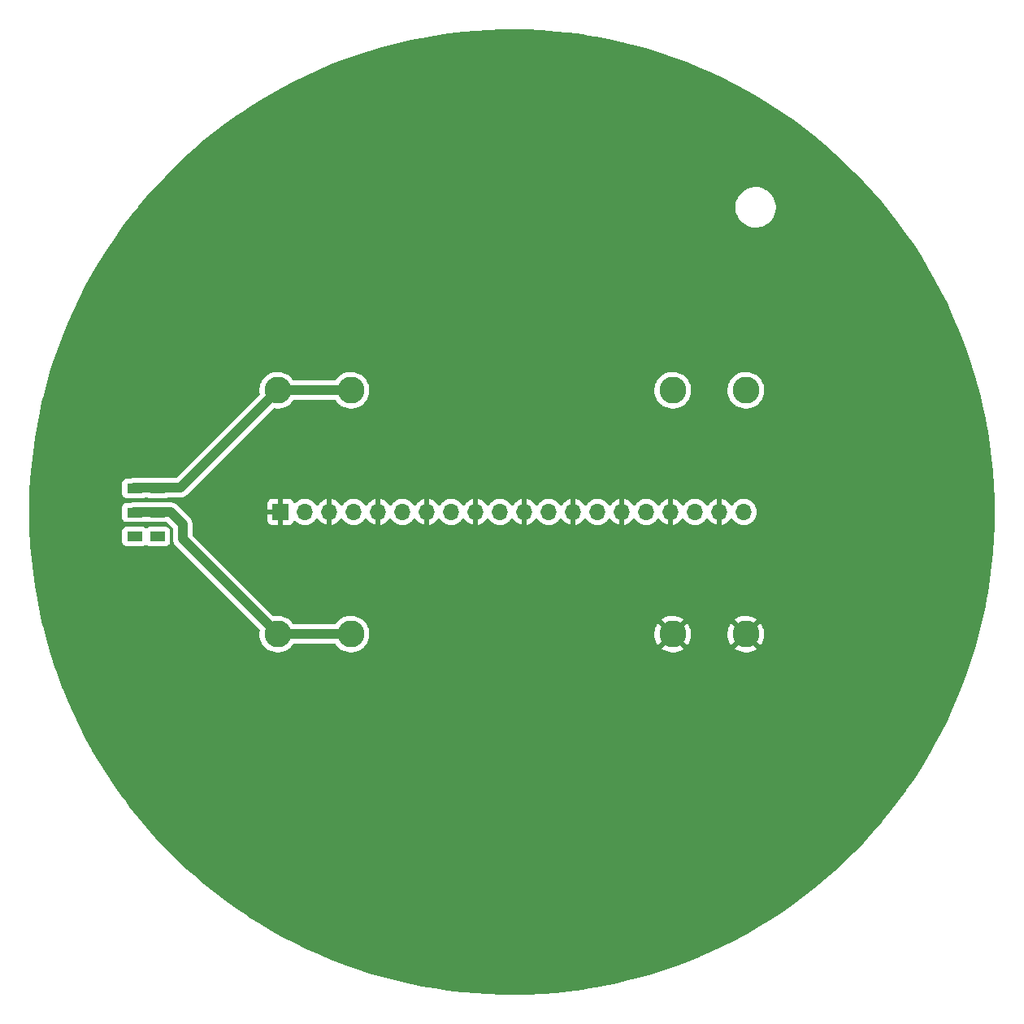
<source format=gbr>
%TF.GenerationSoftware,KiCad,Pcbnew,6.0.11+dfsg-1*%
%TF.CreationDate,2023-02-21T17:46:24-06:00*%
%TF.ProjectId,base,62617365-2e6b-4696-9361-645f70636258,A*%
%TF.SameCoordinates,Original*%
%TF.FileFunction,Copper,L2,Bot*%
%TF.FilePolarity,Positive*%
%FSLAX46Y46*%
G04 Gerber Fmt 4.6, Leading zero omitted, Abs format (unit mm)*
G04 Created by KiCad (PCBNEW 6.0.11+dfsg-1) date 2023-02-21 17:46:24*
%MOMM*%
%LPD*%
G01*
G04 APERTURE LIST*
%TA.AperFunction,SMDPad,CuDef*%
%ADD10R,1.600000X1.000000*%
%TD*%
%TA.AperFunction,ComponentPad*%
%ADD11C,2.794000*%
%TD*%
%TA.AperFunction,ComponentPad*%
%ADD12R,1.700000X1.700000*%
%TD*%
%TA.AperFunction,ComponentPad*%
%ADD13O,1.700000X1.700000*%
%TD*%
%TA.AperFunction,Conductor*%
%ADD14C,1.000000*%
%TD*%
G04 APERTURE END LIST*
D10*
%TO.P,SW1,1,A*%
%TO.N,unconnected-(SW1-Pad1)*%
X90100000Y-104140000D03*
%TO.P,SW1,2,B*%
%TO.N,Net-(BT1-Pad1)*%
X90100000Y-101640000D03*
%TO.P,SW1,3,C*%
%TO.N,Net-(BT2-Pad2)*%
X90100000Y-99140000D03*
%TO.P,SW1,4,A*%
%TO.N,unconnected-(SW1-Pad4)*%
X87700000Y-104140000D03*
%TO.P,SW1,5,B*%
%TO.N,Net-(BT1-Pad1)*%
X87700000Y-101640000D03*
%TO.P,SW1,6,C*%
%TO.N,Net-(BT2-Pad2)*%
X87700000Y-99140000D03*
%TD*%
D11*
%TO.P,BT2,1,+*%
%TO.N,ANODE*%
X151384000Y-88900000D03*
X143764000Y-88900000D03*
%TO.P,BT2,2,-*%
%TO.N,Net-(BT2-Pad2)*%
X110236000Y-88900000D03*
X102616000Y-88900000D03*
%TD*%
%TO.P,BT1,1,+*%
%TO.N,Net-(BT1-Pad1)*%
X102616000Y-114300000D03*
X110236000Y-114300000D03*
%TO.P,BT1,2,-*%
%TO.N,CATHODE*%
X143764000Y-114300000D03*
X151384000Y-114300000D03*
%TD*%
D12*
%TO.P,J1,1,Pin_1*%
%TO.N,CATHODE*%
X102900000Y-101575000D03*
D13*
%TO.P,J1,2,Pin_2*%
%TO.N,ANODE*%
X105440000Y-101575000D03*
%TO.P,J1,3,Pin_3*%
%TO.N,CATHODE*%
X107980000Y-101575000D03*
%TO.P,J1,4,Pin_4*%
%TO.N,ANODE*%
X110520000Y-101575000D03*
%TO.P,J1,5,Pin_5*%
%TO.N,CATHODE*%
X113060000Y-101575000D03*
%TO.P,J1,6,Pin_6*%
%TO.N,ANODE*%
X115600000Y-101575000D03*
%TO.P,J1,7,Pin_7*%
%TO.N,CATHODE*%
X118140000Y-101575000D03*
%TO.P,J1,8,Pin_8*%
%TO.N,ANODE*%
X120680000Y-101575000D03*
%TO.P,J1,9,Pin_9*%
%TO.N,CATHODE*%
X123220000Y-101575000D03*
%TO.P,J1,10,Pin_10*%
%TO.N,ANODE*%
X125760000Y-101575000D03*
%TO.P,J1,11,Pin_11*%
%TO.N,CATHODE*%
X128300000Y-101575000D03*
%TO.P,J1,12,Pin_12*%
%TO.N,ANODE*%
X130840000Y-101575000D03*
%TO.P,J1,13,Pin_13*%
%TO.N,CATHODE*%
X133380000Y-101575000D03*
%TO.P,J1,14,Pin_14*%
%TO.N,ANODE*%
X135920000Y-101575000D03*
%TO.P,J1,15,Pin_15*%
%TO.N,CATHODE*%
X138460000Y-101575000D03*
%TO.P,J1,16,Pin_16*%
%TO.N,ANODE*%
X141000000Y-101575000D03*
%TO.P,J1,17,Pin_17*%
%TO.N,CATHODE*%
X143540000Y-101575000D03*
%TO.P,J1,18,Pin_18*%
%TO.N,ANODE*%
X146080000Y-101575000D03*
%TO.P,J1,19,Pin_19*%
%TO.N,CATHODE*%
X148620000Y-101575000D03*
%TO.P,J1,20,Pin_20*%
%TO.N,ANODE*%
X151160000Y-101575000D03*
%TD*%
D14*
%TO.N,Net-(BT1-Pad1)*%
X91440000Y-101600000D02*
X87630000Y-101600000D01*
X92710000Y-104394000D02*
X92710000Y-102870000D01*
X102616000Y-114300000D02*
X92710000Y-104394000D01*
X92710000Y-102870000D02*
X91440000Y-101600000D01*
%TO.N,Net-(BT2-Pad2)*%
X102616000Y-88900000D02*
X92456000Y-99060000D01*
X92456000Y-99060000D02*
X87630000Y-99060000D01*
%TO.N,Net-(BT1-Pad1)*%
X102616000Y-114300000D02*
X110236000Y-114300000D01*
%TO.N,Net-(BT2-Pad2)*%
X110236000Y-88900000D02*
X102616000Y-88900000D01*
%TD*%
%TA.AperFunction,Conductor*%
%TO.N,CATHODE*%
G36*
X127352860Y-51309763D02*
G01*
X127765328Y-51318403D01*
X128753361Y-51339099D01*
X128756877Y-51339221D01*
X129861290Y-51393236D01*
X130156081Y-51407654D01*
X130159577Y-51407873D01*
X131556322Y-51515347D01*
X131559777Y-51515662D01*
X132810836Y-51647153D01*
X132952981Y-51662093D01*
X132956476Y-51662510D01*
X134345002Y-51847779D01*
X134348459Y-51848289D01*
X135008396Y-51955176D01*
X135731291Y-52072260D01*
X135734756Y-52072871D01*
X137110762Y-52335358D01*
X137114209Y-52336065D01*
X137774908Y-52481329D01*
X138482435Y-52636889D01*
X138485815Y-52637683D01*
X139128817Y-52798001D01*
X139845048Y-52976578D01*
X139848408Y-52977465D01*
X141197732Y-53354202D01*
X141201045Y-53355178D01*
X142539230Y-53769416D01*
X142542576Y-53770503D01*
X143868695Y-54221950D01*
X143872010Y-54223131D01*
X145185017Y-54711435D01*
X145188297Y-54712707D01*
X146487089Y-55237452D01*
X146490333Y-55238815D01*
X147774082Y-55799672D01*
X147777215Y-55801094D01*
X149044758Y-56397553D01*
X149047867Y-56399069D01*
X150125278Y-56943309D01*
X150298281Y-57030699D01*
X150301399Y-57032329D01*
X151533680Y-57698620D01*
X151536721Y-57700321D01*
X152135946Y-58046283D01*
X152749868Y-58400731D01*
X152752890Y-58402532D01*
X153946048Y-59136569D01*
X153949019Y-59138455D01*
X155121164Y-59905485D01*
X155124081Y-59907452D01*
X155381755Y-60086540D01*
X156274411Y-60706952D01*
X156277222Y-60708964D01*
X157292979Y-61457845D01*
X157404807Y-61540292D01*
X157407609Y-61542420D01*
X158511446Y-62404831D01*
X158514188Y-62407035D01*
X159593569Y-63299977D01*
X159596249Y-63302258D01*
X160650247Y-64224963D01*
X160652862Y-64227317D01*
X161680702Y-65179108D01*
X161683250Y-65181534D01*
X162684131Y-66161669D01*
X162686610Y-66164166D01*
X163659717Y-67171847D01*
X163662125Y-67174412D01*
X164606700Y-68208854D01*
X164609036Y-68211485D01*
X165524363Y-69271902D01*
X165526625Y-69274597D01*
X166107608Y-69986951D01*
X166412007Y-70360181D01*
X166414193Y-70362939D01*
X167268915Y-71472820D01*
X167271022Y-71475637D01*
X168094410Y-72608933D01*
X168096438Y-72611808D01*
X168887871Y-73767666D01*
X168889818Y-73770597D01*
X169648651Y-74948076D01*
X169650516Y-74951060D01*
X170376195Y-76149299D01*
X170377975Y-76152333D01*
X170721701Y-76757399D01*
X171069915Y-77370367D01*
X171071610Y-77373451D01*
X171729244Y-78610281D01*
X171730853Y-78613410D01*
X172353732Y-79868191D01*
X172355252Y-79871364D01*
X172647356Y-80503534D01*
X172942833Y-81143006D01*
X172944264Y-81146220D01*
X173496111Y-82433775D01*
X173497452Y-82437028D01*
X174013147Y-83739525D01*
X174014396Y-83742814D01*
X174493519Y-85059196D01*
X174494658Y-85062467D01*
X174936832Y-86391694D01*
X174937896Y-86395048D01*
X175342782Y-87736092D01*
X175343752Y-87739474D01*
X175444405Y-88109939D01*
X175658185Y-88896779D01*
X175711039Y-89091316D01*
X175711913Y-89094720D01*
X175753588Y-89266982D01*
X176041306Y-90456267D01*
X176042086Y-90459698D01*
X176333344Y-91829959D01*
X176334024Y-91833398D01*
X176460301Y-92521421D01*
X176586901Y-93211210D01*
X176587488Y-93214679D01*
X176801801Y-94599060D01*
X176802290Y-94602544D01*
X176977855Y-95992284D01*
X176978248Y-95995781D01*
X177114951Y-97389983D01*
X177115245Y-97393489D01*
X177212962Y-98790912D01*
X177213158Y-98794425D01*
X177271817Y-100193994D01*
X177271916Y-100197511D01*
X177291475Y-101598241D01*
X177291475Y-101601759D01*
X177271916Y-103002489D01*
X177271817Y-103006006D01*
X177213158Y-104405575D01*
X177212962Y-104409088D01*
X177115245Y-105806511D01*
X177114951Y-105810017D01*
X176978248Y-107204219D01*
X176977855Y-107207716D01*
X176802290Y-108597456D01*
X176801801Y-108600940D01*
X176587488Y-109985321D01*
X176586905Y-109988766D01*
X176459979Y-110680332D01*
X176334027Y-111366589D01*
X176333344Y-111370041D01*
X176042086Y-112740302D01*
X176041306Y-112743733D01*
X175711914Y-114105276D01*
X175711039Y-114108684D01*
X175343752Y-115460526D01*
X175342782Y-115463908D01*
X174937896Y-116804952D01*
X174936832Y-116808306D01*
X174494658Y-118137533D01*
X174493519Y-118140804D01*
X174253943Y-118799036D01*
X174014396Y-119457186D01*
X174013147Y-119460475D01*
X173497452Y-120762972D01*
X173496111Y-120766225D01*
X172944264Y-122053780D01*
X172942843Y-122056971D01*
X172522904Y-122965803D01*
X172355252Y-123328636D01*
X172353732Y-123331809D01*
X171730853Y-124586590D01*
X171729244Y-124589719D01*
X171071610Y-125826549D01*
X171069925Y-125829614D01*
X170598460Y-126659543D01*
X170377975Y-127047667D01*
X170376195Y-127050701D01*
X169650516Y-128248940D01*
X169648651Y-128251924D01*
X168889818Y-129429403D01*
X168887871Y-129432334D01*
X168096438Y-130588192D01*
X168094410Y-130591067D01*
X167271022Y-131724363D01*
X167268915Y-131727180D01*
X166414193Y-132837061D01*
X166412016Y-132839807D01*
X165627229Y-133802051D01*
X165526625Y-133925403D01*
X165524363Y-133928098D01*
X164609036Y-134988515D01*
X164606700Y-134991146D01*
X163662125Y-136025588D01*
X163659717Y-136028153D01*
X162686610Y-137035834D01*
X162684131Y-137038331D01*
X161683250Y-138018466D01*
X161680702Y-138020892D01*
X160652862Y-138972683D01*
X160650247Y-138975037D01*
X159596249Y-139897742D01*
X159593569Y-139900023D01*
X158514188Y-140792965D01*
X158511446Y-140795169D01*
X157407609Y-141657580D01*
X157404807Y-141659708D01*
X156277222Y-142491036D01*
X156274411Y-142493048D01*
X155694929Y-142895799D01*
X155124081Y-143292548D01*
X155121164Y-143294515D01*
X153949019Y-144061545D01*
X153946048Y-144063431D01*
X152752890Y-144797468D01*
X152749878Y-144799263D01*
X151792657Y-145351915D01*
X151536736Y-145499671D01*
X151533680Y-145501380D01*
X150911152Y-145837979D01*
X150301399Y-146167671D01*
X150298281Y-146169301D01*
X149047867Y-146800931D01*
X149044758Y-146802447D01*
X147777215Y-147398906D01*
X147774082Y-147400328D01*
X146596568Y-147914772D01*
X146490333Y-147961185D01*
X146487089Y-147962548D01*
X145188297Y-148487293D01*
X145185017Y-148488565D01*
X143872010Y-148976869D01*
X143868695Y-148978050D01*
X142542576Y-149429497D01*
X142539230Y-149430584D01*
X141201045Y-149844822D01*
X141197732Y-149845798D01*
X139848408Y-150222535D01*
X139845048Y-150223422D01*
X139148145Y-150397180D01*
X138485815Y-150562317D01*
X138482435Y-150563111D01*
X137904145Y-150690256D01*
X137114209Y-150863935D01*
X137110762Y-150864642D01*
X135734756Y-151127129D01*
X135731291Y-151127740D01*
X135039881Y-151239725D01*
X134348459Y-151351711D01*
X134345002Y-151352221D01*
X133612775Y-151449921D01*
X132956474Y-151537490D01*
X132952978Y-151537907D01*
X131559777Y-151684338D01*
X131556322Y-151684653D01*
X130159577Y-151792127D01*
X130156081Y-151792346D01*
X129861290Y-151806764D01*
X128756877Y-151860779D01*
X128753361Y-151860901D01*
X127765328Y-151881597D01*
X127352860Y-151890237D01*
X127349366Y-151890262D01*
X126688403Y-151885648D01*
X125948521Y-151880482D01*
X125945004Y-151880408D01*
X124545028Y-151831520D01*
X124541513Y-151831348D01*
X123143438Y-151743388D01*
X123139930Y-151743118D01*
X122106348Y-151649055D01*
X121744879Y-151616159D01*
X121741394Y-151615794D01*
X121084721Y-151537490D01*
X120350349Y-151449921D01*
X120346862Y-151449455D01*
X119932466Y-151388263D01*
X118961062Y-151244818D01*
X118957661Y-151244268D01*
X117578019Y-151001000D01*
X117574564Y-151000340D01*
X116911871Y-150864309D01*
X116202375Y-150718670D01*
X116198941Y-150717916D01*
X114835105Y-150398031D01*
X114831691Y-150397180D01*
X113477328Y-150039341D01*
X113473939Y-150038395D01*
X112130067Y-149642873D01*
X112126706Y-149641832D01*
X110794447Y-149208954D01*
X110791116Y-149207820D01*
X109471463Y-148737913D01*
X109468165Y-148736687D01*
X108162111Y-148230102D01*
X108158849Y-148228784D01*
X106867455Y-147685932D01*
X106864231Y-147684523D01*
X105588532Y-147105841D01*
X105585348Y-147104343D01*
X104326277Y-146490253D01*
X104323137Y-146488667D01*
X103081689Y-145839653D01*
X103078594Y-145837979D01*
X101855791Y-145154578D01*
X101852744Y-145152819D01*
X100649468Y-144435522D01*
X100646471Y-144433678D01*
X99787825Y-143888765D01*
X99463705Y-143683072D01*
X99460795Y-143681168D01*
X98299415Y-142897807D01*
X98296526Y-142895799D01*
X97157503Y-142080339D01*
X97154671Y-142078251D01*
X96038874Y-141231315D01*
X96036101Y-141229149D01*
X94944357Y-140351365D01*
X94941646Y-140349122D01*
X93874844Y-139441202D01*
X93872197Y-139438884D01*
X93186487Y-138821467D01*
X92831201Y-138501567D01*
X92828622Y-138499179D01*
X91814153Y-137533114D01*
X91811639Y-137530652D01*
X90824559Y-136536656D01*
X90822115Y-136534125D01*
X89863190Y-135512975D01*
X89860817Y-135510377D01*
X88930724Y-134462787D01*
X88928461Y-134460165D01*
X88028002Y-133387041D01*
X88025782Y-133384318D01*
X87155657Y-132286494D01*
X87153510Y-132283706D01*
X86762697Y-131761294D01*
X86314368Y-131162000D01*
X86312300Y-131159153D01*
X85504824Y-130014482D01*
X85502836Y-130011579D01*
X84727624Y-128844792D01*
X84725718Y-128841835D01*
X83983382Y-127653849D01*
X83981559Y-127650839D01*
X83272690Y-126442601D01*
X83270952Y-126439542D01*
X82596073Y-125211942D01*
X82594422Y-125208835D01*
X81954128Y-123962958D01*
X81952563Y-123959807D01*
X81347272Y-122696466D01*
X81345796Y-122693272D01*
X80776019Y-121413534D01*
X80774633Y-121410300D01*
X80240811Y-120115148D01*
X80239516Y-120111877D01*
X80145744Y-119865021D01*
X79742051Y-118802291D01*
X79740867Y-118799036D01*
X79511665Y-118140856D01*
X79280186Y-117476141D01*
X79279076Y-117472806D01*
X79067220Y-116804952D01*
X78855488Y-116137490D01*
X78854479Y-116134146D01*
X78846993Y-116108037D01*
X78468351Y-114787555D01*
X78467432Y-114784170D01*
X78465101Y-114775089D01*
X78119066Y-113427375D01*
X78118238Y-113423955D01*
X77807877Y-112057892D01*
X77807146Y-112054451D01*
X77535062Y-110680332D01*
X77534426Y-110676871D01*
X77300804Y-109295612D01*
X77300266Y-109292135D01*
X77105308Y-107904938D01*
X77104867Y-107901447D01*
X76948716Y-106509325D01*
X76948373Y-106505823D01*
X76831157Y-105109933D01*
X76830911Y-105106424D01*
X76828886Y-105070195D01*
X76812716Y-104780987D01*
X76807525Y-104688134D01*
X86391500Y-104688134D01*
X86398255Y-104750316D01*
X86449385Y-104886705D01*
X86536739Y-105003261D01*
X86653295Y-105090615D01*
X86789684Y-105141745D01*
X86851866Y-105148500D01*
X88548134Y-105148500D01*
X88610316Y-105141745D01*
X88746705Y-105090615D01*
X88753892Y-105085229D01*
X88824435Y-105032360D01*
X88890942Y-105007512D01*
X88960324Y-105022565D01*
X88975565Y-105032360D01*
X89046108Y-105085229D01*
X89053295Y-105090615D01*
X89189684Y-105141745D01*
X89251866Y-105148500D01*
X90948134Y-105148500D01*
X91010316Y-105141745D01*
X91146705Y-105090615D01*
X91263261Y-105003261D01*
X91350615Y-104886705D01*
X91401745Y-104750316D01*
X91408500Y-104688134D01*
X91408500Y-103591866D01*
X91401745Y-103529684D01*
X91350615Y-103393295D01*
X91263261Y-103276739D01*
X91146705Y-103189385D01*
X91010316Y-103138255D01*
X90948134Y-103131500D01*
X89251866Y-103131500D01*
X89189684Y-103138255D01*
X89053295Y-103189385D01*
X89046110Y-103194770D01*
X89046108Y-103194771D01*
X88975565Y-103247640D01*
X88909058Y-103272488D01*
X88839676Y-103257435D01*
X88824435Y-103247640D01*
X88753892Y-103194771D01*
X88753890Y-103194770D01*
X88746705Y-103189385D01*
X88610316Y-103138255D01*
X88548134Y-103131500D01*
X86851866Y-103131500D01*
X86789684Y-103138255D01*
X86653295Y-103189385D01*
X86536739Y-103276739D01*
X86449385Y-103393295D01*
X86398255Y-103529684D01*
X86391500Y-103591866D01*
X86391500Y-104688134D01*
X76807525Y-104688134D01*
X76752712Y-103707733D01*
X76752565Y-103704217D01*
X76713451Y-102303933D01*
X76713402Y-102300415D01*
X76713402Y-102188134D01*
X86391500Y-102188134D01*
X86398255Y-102250316D01*
X86449385Y-102386705D01*
X86536739Y-102503261D01*
X86653295Y-102590615D01*
X86789684Y-102641745D01*
X86851866Y-102648500D01*
X88548134Y-102648500D01*
X88551531Y-102648131D01*
X88602466Y-102642598D01*
X88602468Y-102642598D01*
X88610316Y-102641745D01*
X88617709Y-102638973D01*
X88617711Y-102638973D01*
X88677609Y-102616518D01*
X88721838Y-102608500D01*
X89078162Y-102608500D01*
X89122391Y-102616518D01*
X89182289Y-102638973D01*
X89182291Y-102638973D01*
X89189684Y-102641745D01*
X89197532Y-102642598D01*
X89197534Y-102642598D01*
X89248469Y-102648131D01*
X89251866Y-102648500D01*
X90948134Y-102648500D01*
X90991066Y-102643836D01*
X91060947Y-102656364D01*
X91093768Y-102680003D01*
X91664595Y-103250829D01*
X91698620Y-103313142D01*
X91701500Y-103339925D01*
X91701500Y-104332157D01*
X91700763Y-104345764D01*
X91696676Y-104383388D01*
X91697213Y-104389523D01*
X91701050Y-104433388D01*
X91701379Y-104438214D01*
X91701500Y-104440686D01*
X91701500Y-104443769D01*
X91701801Y-104446837D01*
X91705690Y-104486506D01*
X91705812Y-104487819D01*
X91713913Y-104580413D01*
X91715400Y-104585532D01*
X91715920Y-104590833D01*
X91742791Y-104679834D01*
X91743126Y-104680967D01*
X91763275Y-104750316D01*
X91769091Y-104770336D01*
X91771544Y-104775068D01*
X91773084Y-104780169D01*
X91775978Y-104785612D01*
X91816731Y-104862260D01*
X91817343Y-104863426D01*
X91860108Y-104945926D01*
X91863431Y-104950089D01*
X91865934Y-104954796D01*
X91924755Y-105026918D01*
X91925446Y-105027774D01*
X91956738Y-105066973D01*
X91959242Y-105069477D01*
X91959884Y-105070195D01*
X91963585Y-105074528D01*
X91990935Y-105108062D01*
X91995682Y-105111989D01*
X91995684Y-105111991D01*
X92026262Y-105137287D01*
X92035042Y-105145277D01*
X100709040Y-113819275D01*
X100743066Y-113881587D01*
X100742229Y-113938744D01*
X100735155Y-113967223D01*
X100734080Y-113971552D01*
X100706576Y-114239994D01*
X100706751Y-114244446D01*
X100713772Y-114423135D01*
X100717170Y-114509633D01*
X100765651Y-114775089D01*
X100851051Y-115031066D01*
X100853044Y-115035054D01*
X100930386Y-115189839D01*
X100971667Y-115272456D01*
X101125092Y-115494443D01*
X101308264Y-115692598D01*
X101311718Y-115695410D01*
X101472093Y-115825975D01*
X101517529Y-115862966D01*
X101654457Y-115945403D01*
X101744896Y-115999852D01*
X101744900Y-115999854D01*
X101748712Y-116002149D01*
X101908013Y-116069605D01*
X101993101Y-116105635D01*
X101993105Y-116105636D01*
X101997199Y-116107370D01*
X102001491Y-116108508D01*
X102001494Y-116108509D01*
X102253736Y-116175390D01*
X102253740Y-116175391D01*
X102258033Y-116176529D01*
X102262442Y-116177051D01*
X102262448Y-116177052D01*
X102438105Y-116197842D01*
X102526009Y-116208246D01*
X102795781Y-116201889D01*
X102957940Y-116174898D01*
X103057576Y-116158314D01*
X103057580Y-116158313D01*
X103061966Y-116157583D01*
X103066207Y-116156242D01*
X103066210Y-116156241D01*
X103315007Y-116077557D01*
X103315009Y-116077556D01*
X103319253Y-116076214D01*
X103323264Y-116074288D01*
X103323269Y-116074286D01*
X103558489Y-115961335D01*
X103558490Y-115961334D01*
X103562508Y-115959405D01*
X103762200Y-115825975D01*
X103783169Y-115811964D01*
X103783173Y-115811961D01*
X103786877Y-115809486D01*
X103790194Y-115806515D01*
X103790198Y-115806512D01*
X103984567Y-115632421D01*
X103984568Y-115632420D01*
X103987885Y-115629449D01*
X104161519Y-115422886D01*
X104164058Y-115418816D01*
X104195860Y-115367823D01*
X104248881Y-115320607D01*
X104302772Y-115308500D01*
X108550497Y-115308500D01*
X108618618Y-115328502D01*
X108654150Y-115362861D01*
X108722819Y-115462216D01*
X108745092Y-115494443D01*
X108928264Y-115692598D01*
X108931718Y-115695410D01*
X109092093Y-115825975D01*
X109137529Y-115862966D01*
X109274457Y-115945403D01*
X109364896Y-115999852D01*
X109364900Y-115999854D01*
X109368712Y-116002149D01*
X109528013Y-116069605D01*
X109613101Y-116105635D01*
X109613105Y-116105636D01*
X109617199Y-116107370D01*
X109621491Y-116108508D01*
X109621494Y-116108509D01*
X109873736Y-116175390D01*
X109873740Y-116175391D01*
X109878033Y-116176529D01*
X109882442Y-116177051D01*
X109882448Y-116177052D01*
X110058105Y-116197842D01*
X110146009Y-116208246D01*
X110415781Y-116201889D01*
X110577940Y-116174898D01*
X110677576Y-116158314D01*
X110677580Y-116158313D01*
X110681966Y-116157583D01*
X110686207Y-116156242D01*
X110686210Y-116156241D01*
X110935007Y-116077557D01*
X110935009Y-116077556D01*
X110939253Y-116076214D01*
X110943264Y-116074288D01*
X110943269Y-116074286D01*
X111178489Y-115961335D01*
X111178490Y-115961334D01*
X111182508Y-115959405D01*
X111382200Y-115825975D01*
X111397618Y-115815673D01*
X142613494Y-115815673D01*
X142620884Y-115825975D01*
X142662360Y-115859742D01*
X142669639Y-115864857D01*
X142893122Y-115999405D01*
X142901036Y-116003438D01*
X143141260Y-116105160D01*
X143149665Y-116108037D01*
X143401830Y-116174898D01*
X143410542Y-116176560D01*
X143669617Y-116207223D01*
X143678482Y-116207641D01*
X143939277Y-116201495D01*
X143948132Y-116200658D01*
X144205459Y-116157827D01*
X144214093Y-116155754D01*
X144462823Y-116077091D01*
X144471085Y-116073820D01*
X144706241Y-115960900D01*
X144713965Y-115956494D01*
X144907103Y-115827442D01*
X144915392Y-115817524D01*
X144914445Y-115815673D01*
X150233494Y-115815673D01*
X150240884Y-115825975D01*
X150282360Y-115859742D01*
X150289639Y-115864857D01*
X150513122Y-115999405D01*
X150521036Y-116003438D01*
X150761260Y-116105160D01*
X150769665Y-116108037D01*
X151021830Y-116174898D01*
X151030542Y-116176560D01*
X151289617Y-116207223D01*
X151298482Y-116207641D01*
X151559277Y-116201495D01*
X151568132Y-116200658D01*
X151825459Y-116157827D01*
X151834093Y-116155754D01*
X152082823Y-116077091D01*
X152091085Y-116073820D01*
X152326241Y-115960900D01*
X152333965Y-115956494D01*
X152527103Y-115827442D01*
X152535392Y-115817524D01*
X152528137Y-115803347D01*
X151396812Y-114672022D01*
X151382868Y-114664408D01*
X151381035Y-114664539D01*
X151374420Y-114668790D01*
X150240660Y-115802550D01*
X150233494Y-115815673D01*
X144914445Y-115815673D01*
X144908137Y-115803347D01*
X143776812Y-114672022D01*
X143762868Y-114664408D01*
X143761035Y-114664539D01*
X143754420Y-114668790D01*
X142620660Y-115802550D01*
X142613494Y-115815673D01*
X111397618Y-115815673D01*
X111403169Y-115811964D01*
X111403173Y-115811961D01*
X111406877Y-115809486D01*
X111410194Y-115806515D01*
X111410198Y-115806512D01*
X111604567Y-115632421D01*
X111604568Y-115632420D01*
X111607885Y-115629449D01*
X111781519Y-115422886D01*
X111924317Y-115193918D01*
X112033428Y-114947114D01*
X112106675Y-114687398D01*
X112109763Y-114664408D01*
X112142170Y-114423135D01*
X112142171Y-114423127D01*
X112142597Y-114419953D01*
X112142699Y-114416710D01*
X112146266Y-114303222D01*
X112146266Y-114303217D01*
X112146367Y-114300000D01*
X112142435Y-114244461D01*
X141855251Y-114244461D01*
X141865493Y-114505129D01*
X141866468Y-114513958D01*
X141913336Y-114770584D01*
X141915545Y-114779187D01*
X141998103Y-115026645D01*
X142001507Y-115034863D01*
X142118109Y-115268221D01*
X142122627Y-115275860D01*
X142237508Y-115442080D01*
X142247828Y-115450432D01*
X142261482Y-115443308D01*
X143391978Y-114312812D01*
X143398356Y-114301132D01*
X144128408Y-114301132D01*
X144128539Y-114302965D01*
X144132790Y-114309580D01*
X145267387Y-115444177D01*
X145280787Y-115451494D01*
X145290692Y-115444507D01*
X145306250Y-115425998D01*
X145311468Y-115418816D01*
X145449520Y-115197457D01*
X145453672Y-115189617D01*
X145559156Y-114951015D01*
X145562166Y-114942654D01*
X145632973Y-114691590D01*
X145634777Y-114682882D01*
X145669670Y-114423103D01*
X145670198Y-114416710D01*
X145673765Y-114303222D01*
X145673638Y-114296779D01*
X145669934Y-114244461D01*
X149475251Y-114244461D01*
X149485493Y-114505129D01*
X149486468Y-114513958D01*
X149533336Y-114770584D01*
X149535545Y-114779187D01*
X149618103Y-115026645D01*
X149621507Y-115034863D01*
X149738109Y-115268221D01*
X149742627Y-115275860D01*
X149857508Y-115442080D01*
X149867828Y-115450432D01*
X149881482Y-115443308D01*
X151011978Y-114312812D01*
X151018356Y-114301132D01*
X151748408Y-114301132D01*
X151748539Y-114302965D01*
X151752790Y-114309580D01*
X152887387Y-115444177D01*
X152900787Y-115451494D01*
X152910692Y-115444507D01*
X152926250Y-115425998D01*
X152931468Y-115418816D01*
X153069520Y-115197457D01*
X153073672Y-115189617D01*
X153179156Y-114951015D01*
X153182166Y-114942654D01*
X153252973Y-114691590D01*
X153254777Y-114682882D01*
X153289670Y-114423103D01*
X153290198Y-114416710D01*
X153293765Y-114303222D01*
X153293638Y-114296779D01*
X153275128Y-114035347D01*
X153273875Y-114026544D01*
X153218969Y-113771516D01*
X153216490Y-113762983D01*
X153126199Y-113518240D01*
X153122544Y-113510145D01*
X152998671Y-113280569D01*
X152993903Y-113273055D01*
X152909612Y-113158935D01*
X152898485Y-113150494D01*
X152885892Y-113157318D01*
X151756022Y-114287188D01*
X151748408Y-114301132D01*
X151018356Y-114301132D01*
X151019592Y-114298868D01*
X151019461Y-114297035D01*
X151015210Y-114290420D01*
X149881955Y-113157165D01*
X149869114Y-113150153D01*
X149858425Y-113157948D01*
X149807143Y-113223000D01*
X149802150Y-113230348D01*
X149671125Y-113455925D01*
X149667217Y-113463899D01*
X149569283Y-113705686D01*
X149566534Y-113714148D01*
X149503648Y-113967311D01*
X149502119Y-113976072D01*
X149475530Y-114235579D01*
X149475251Y-114244461D01*
X145669934Y-114244461D01*
X145655128Y-114035347D01*
X145653875Y-114026544D01*
X145598969Y-113771516D01*
X145596490Y-113762983D01*
X145506199Y-113518240D01*
X145502544Y-113510145D01*
X145378671Y-113280569D01*
X145373903Y-113273055D01*
X145289612Y-113158935D01*
X145278485Y-113150494D01*
X145265892Y-113157318D01*
X144136022Y-114287188D01*
X144128408Y-114301132D01*
X143398356Y-114301132D01*
X143399592Y-114298868D01*
X143399461Y-114297035D01*
X143395210Y-114290420D01*
X142261955Y-113157165D01*
X142249114Y-113150153D01*
X142238425Y-113157948D01*
X142187143Y-113223000D01*
X142182150Y-113230348D01*
X142051125Y-113455925D01*
X142047217Y-113463899D01*
X141949283Y-113705686D01*
X141946534Y-113714148D01*
X141883648Y-113967311D01*
X141882119Y-113976072D01*
X141855530Y-114235579D01*
X141855251Y-114244461D01*
X112142435Y-114244461D01*
X112127309Y-114030827D01*
X112115521Y-113976072D01*
X112071450Y-113771377D01*
X112070513Y-113767025D01*
X112001107Y-113578889D01*
X111978656Y-113518034D01*
X111977115Y-113513857D01*
X111928607Y-113423955D01*
X111851089Y-113280290D01*
X111848976Y-113276374D01*
X111688654Y-113059316D01*
X111641315Y-113011227D01*
X111502479Y-112870194D01*
X111499348Y-112867013D01*
X111495808Y-112864312D01*
X111495802Y-112864306D01*
X111391676Y-112784840D01*
X142614195Y-112784840D01*
X142621175Y-112797965D01*
X143751188Y-113927978D01*
X143765132Y-113935592D01*
X143766965Y-113935461D01*
X143773580Y-113931210D01*
X144906663Y-112798127D01*
X144913517Y-112785575D01*
X144912972Y-112784840D01*
X150234195Y-112784840D01*
X150241175Y-112797965D01*
X151371188Y-113927978D01*
X151385132Y-113935592D01*
X151386965Y-113935461D01*
X151393580Y-113931210D01*
X152526663Y-112798127D01*
X152533517Y-112785575D01*
X152525310Y-112774505D01*
X152436101Y-112706422D01*
X152428676Y-112701545D01*
X152201069Y-112574079D01*
X152193022Y-112570293D01*
X151949734Y-112476171D01*
X151941239Y-112473557D01*
X151687108Y-112414654D01*
X151678330Y-112413264D01*
X151418431Y-112390754D01*
X151409560Y-112390614D01*
X151149071Y-112404950D01*
X151140266Y-112406062D01*
X150884406Y-112456956D01*
X150875838Y-112459300D01*
X150629691Y-112545741D01*
X150621557Y-112549261D01*
X150390049Y-112669520D01*
X150382477Y-112674160D01*
X150242598Y-112774118D01*
X150234195Y-112784840D01*
X144912972Y-112784840D01*
X144905310Y-112774505D01*
X144816101Y-112706422D01*
X144808676Y-112701545D01*
X144581069Y-112574079D01*
X144573022Y-112570293D01*
X144329734Y-112476171D01*
X144321239Y-112473557D01*
X144067108Y-112414654D01*
X144058330Y-112413264D01*
X143798431Y-112390754D01*
X143789560Y-112390614D01*
X143529071Y-112404950D01*
X143520266Y-112406062D01*
X143264406Y-112456956D01*
X143255838Y-112459300D01*
X143009691Y-112545741D01*
X143001557Y-112549261D01*
X142770049Y-112669520D01*
X142762477Y-112674160D01*
X142622598Y-112774118D01*
X142614195Y-112784840D01*
X111391676Y-112784840D01*
X111288375Y-112706003D01*
X111284835Y-112703301D01*
X111049395Y-112571448D01*
X110797725Y-112474085D01*
X110793400Y-112473082D01*
X110793395Y-112473081D01*
X110648885Y-112439586D01*
X110534847Y-112413153D01*
X110266007Y-112389869D01*
X110261572Y-112390113D01*
X110261568Y-112390113D01*
X110001011Y-112404452D01*
X110001004Y-112404453D01*
X109996568Y-112404697D01*
X109731906Y-112457341D01*
X109727696Y-112458819D01*
X109727694Y-112458820D01*
X109678286Y-112476171D01*
X109477302Y-112546752D01*
X109473351Y-112548805D01*
X109473345Y-112548807D01*
X109241786Y-112669092D01*
X109237836Y-112671144D01*
X109234221Y-112673727D01*
X109234215Y-112673731D01*
X109188469Y-112706422D01*
X109018286Y-112828037D01*
X108823033Y-113014299D01*
X108655973Y-113226214D01*
X108653736Y-113230065D01*
X108651232Y-113233750D01*
X108650072Y-113232962D01*
X108602981Y-113277638D01*
X108545526Y-113291500D01*
X104303726Y-113291500D01*
X104235605Y-113271498D01*
X104202375Y-113240359D01*
X104071307Y-113062908D01*
X104068654Y-113059316D01*
X104021315Y-113011227D01*
X103882479Y-112870194D01*
X103879348Y-112867013D01*
X103875808Y-112864312D01*
X103875802Y-112864306D01*
X103668375Y-112706003D01*
X103664835Y-112703301D01*
X103429395Y-112571448D01*
X103177725Y-112474085D01*
X103173400Y-112473082D01*
X103173395Y-112473081D01*
X103028885Y-112439586D01*
X102914847Y-112413153D01*
X102646007Y-112389869D01*
X102641572Y-112390113D01*
X102641568Y-112390113D01*
X102381011Y-112404452D01*
X102381004Y-112404453D01*
X102376568Y-112404697D01*
X102309975Y-112417943D01*
X102251083Y-112429657D01*
X102180369Y-112423329D01*
X102137407Y-112395173D01*
X93755405Y-104013171D01*
X93721379Y-103950859D01*
X93718500Y-103924076D01*
X93718500Y-102931842D01*
X93719237Y-102918235D01*
X93722659Y-102886737D01*
X93722659Y-102886732D01*
X93723324Y-102880611D01*
X93721749Y-102862611D01*
X93718950Y-102830609D01*
X93718621Y-102825784D01*
X93718500Y-102823313D01*
X93718500Y-102820231D01*
X93714309Y-102777489D01*
X93714187Y-102776174D01*
X93706983Y-102693831D01*
X93706087Y-102683587D01*
X93704600Y-102678468D01*
X93704080Y-102673167D01*
X93677218Y-102584194D01*
X93676862Y-102582994D01*
X93650909Y-102493663D01*
X93648455Y-102488929D01*
X93646916Y-102483831D01*
X93639386Y-102469669D01*
X101542001Y-102469669D01*
X101542371Y-102476490D01*
X101547895Y-102527352D01*
X101551521Y-102542604D01*
X101596676Y-102663054D01*
X101605214Y-102678649D01*
X101681715Y-102780724D01*
X101694276Y-102793285D01*
X101796351Y-102869786D01*
X101811946Y-102878324D01*
X101932394Y-102923478D01*
X101947649Y-102927105D01*
X101998514Y-102932631D01*
X102005328Y-102933000D01*
X102627885Y-102933000D01*
X102643124Y-102928525D01*
X102644329Y-102927135D01*
X102646000Y-102919452D01*
X102646000Y-102914884D01*
X103154000Y-102914884D01*
X103158475Y-102930123D01*
X103159865Y-102931328D01*
X103167548Y-102932999D01*
X103794669Y-102932999D01*
X103801490Y-102932629D01*
X103852352Y-102927105D01*
X103867604Y-102923479D01*
X103988054Y-102878324D01*
X104003649Y-102869786D01*
X104105724Y-102793285D01*
X104118285Y-102780724D01*
X104194786Y-102678649D01*
X104203324Y-102663054D01*
X104244225Y-102553952D01*
X104286867Y-102497188D01*
X104353428Y-102472488D01*
X104422777Y-102487696D01*
X104457444Y-102515684D01*
X104482865Y-102545031D01*
X104482869Y-102545035D01*
X104486250Y-102548938D01*
X104658126Y-102691632D01*
X104851000Y-102804338D01*
X104855825Y-102806180D01*
X104855826Y-102806181D01*
X104906342Y-102825471D01*
X105059692Y-102884030D01*
X105064760Y-102885061D01*
X105064763Y-102885062D01*
X105159862Y-102904410D01*
X105278597Y-102928567D01*
X105283772Y-102928757D01*
X105283774Y-102928757D01*
X105496673Y-102936564D01*
X105496677Y-102936564D01*
X105501837Y-102936753D01*
X105506957Y-102936097D01*
X105506959Y-102936097D01*
X105718288Y-102909025D01*
X105718289Y-102909025D01*
X105723416Y-102908368D01*
X105728366Y-102906883D01*
X105932429Y-102845661D01*
X105932434Y-102845659D01*
X105937384Y-102844174D01*
X106137994Y-102745896D01*
X106319860Y-102616173D01*
X106342345Y-102593767D01*
X106436866Y-102499575D01*
X106478096Y-102458489D01*
X106535720Y-102378297D01*
X106608453Y-102277077D01*
X106609640Y-102277930D01*
X106656960Y-102234362D01*
X106726897Y-102222145D01*
X106792338Y-102249678D01*
X106820166Y-102281511D01*
X106877694Y-102375388D01*
X106883777Y-102383699D01*
X107023213Y-102544667D01*
X107030580Y-102551883D01*
X107194434Y-102687916D01*
X107202881Y-102693831D01*
X107386756Y-102801279D01*
X107396042Y-102805729D01*
X107595001Y-102881703D01*
X107604899Y-102884579D01*
X107708250Y-102905606D01*
X107722299Y-102904410D01*
X107726000Y-102894065D01*
X107726000Y-102893517D01*
X108234000Y-102893517D01*
X108238064Y-102907359D01*
X108251478Y-102909393D01*
X108258184Y-102908534D01*
X108268262Y-102906392D01*
X108472255Y-102845191D01*
X108481842Y-102841433D01*
X108673095Y-102747739D01*
X108681945Y-102742464D01*
X108855328Y-102618792D01*
X108863200Y-102612139D01*
X109014052Y-102461812D01*
X109020730Y-102453965D01*
X109148022Y-102276819D01*
X109149279Y-102277722D01*
X109196373Y-102234362D01*
X109266311Y-102222145D01*
X109331751Y-102249678D01*
X109359579Y-102281511D01*
X109419987Y-102380088D01*
X109566250Y-102548938D01*
X109738126Y-102691632D01*
X109931000Y-102804338D01*
X109935825Y-102806180D01*
X109935826Y-102806181D01*
X109986342Y-102825471D01*
X110139692Y-102884030D01*
X110144760Y-102885061D01*
X110144763Y-102885062D01*
X110239862Y-102904410D01*
X110358597Y-102928567D01*
X110363772Y-102928757D01*
X110363774Y-102928757D01*
X110576673Y-102936564D01*
X110576677Y-102936564D01*
X110581837Y-102936753D01*
X110586957Y-102936097D01*
X110586959Y-102936097D01*
X110798288Y-102909025D01*
X110798289Y-102909025D01*
X110803416Y-102908368D01*
X110808366Y-102906883D01*
X111012429Y-102845661D01*
X111012434Y-102845659D01*
X111017384Y-102844174D01*
X111217994Y-102745896D01*
X111399860Y-102616173D01*
X111422345Y-102593767D01*
X111516866Y-102499575D01*
X111558096Y-102458489D01*
X111615720Y-102378297D01*
X111688453Y-102277077D01*
X111689640Y-102277930D01*
X111736960Y-102234362D01*
X111806897Y-102222145D01*
X111872338Y-102249678D01*
X111900166Y-102281511D01*
X111957694Y-102375388D01*
X111963777Y-102383699D01*
X112103213Y-102544667D01*
X112110580Y-102551883D01*
X112274434Y-102687916D01*
X112282881Y-102693831D01*
X112466756Y-102801279D01*
X112476042Y-102805729D01*
X112675001Y-102881703D01*
X112684899Y-102884579D01*
X112788250Y-102905606D01*
X112802299Y-102904410D01*
X112806000Y-102894065D01*
X112806000Y-102893517D01*
X113314000Y-102893517D01*
X113318064Y-102907359D01*
X113331478Y-102909393D01*
X113338184Y-102908534D01*
X113348262Y-102906392D01*
X113552255Y-102845191D01*
X113561842Y-102841433D01*
X113753095Y-102747739D01*
X113761945Y-102742464D01*
X113935328Y-102618792D01*
X113943200Y-102612139D01*
X114094052Y-102461812D01*
X114100730Y-102453965D01*
X114228022Y-102276819D01*
X114229279Y-102277722D01*
X114276373Y-102234362D01*
X114346311Y-102222145D01*
X114411751Y-102249678D01*
X114439579Y-102281511D01*
X114499987Y-102380088D01*
X114646250Y-102548938D01*
X114818126Y-102691632D01*
X115011000Y-102804338D01*
X115015825Y-102806180D01*
X115015826Y-102806181D01*
X115066342Y-102825471D01*
X115219692Y-102884030D01*
X115224760Y-102885061D01*
X115224763Y-102885062D01*
X115319862Y-102904410D01*
X115438597Y-102928567D01*
X115443772Y-102928757D01*
X115443774Y-102928757D01*
X115656673Y-102936564D01*
X115656677Y-102936564D01*
X115661837Y-102936753D01*
X115666957Y-102936097D01*
X115666959Y-102936097D01*
X115878288Y-102909025D01*
X115878289Y-102909025D01*
X115883416Y-102908368D01*
X115888366Y-102906883D01*
X116092429Y-102845661D01*
X116092434Y-102845659D01*
X116097384Y-102844174D01*
X116297994Y-102745896D01*
X116479860Y-102616173D01*
X116502345Y-102593767D01*
X116596866Y-102499575D01*
X116638096Y-102458489D01*
X116695720Y-102378297D01*
X116768453Y-102277077D01*
X116769640Y-102277930D01*
X116816960Y-102234362D01*
X116886897Y-102222145D01*
X116952338Y-102249678D01*
X116980166Y-102281511D01*
X117037694Y-102375388D01*
X117043777Y-102383699D01*
X117183213Y-102544667D01*
X117190580Y-102551883D01*
X117354434Y-102687916D01*
X117362881Y-102693831D01*
X117546756Y-102801279D01*
X117556042Y-102805729D01*
X117755001Y-102881703D01*
X117764899Y-102884579D01*
X117868250Y-102905606D01*
X117882299Y-102904410D01*
X117886000Y-102894065D01*
X117886000Y-102893517D01*
X118394000Y-102893517D01*
X118398064Y-102907359D01*
X118411478Y-102909393D01*
X118418184Y-102908534D01*
X118428262Y-102906392D01*
X118632255Y-102845191D01*
X118641842Y-102841433D01*
X118833095Y-102747739D01*
X118841945Y-102742464D01*
X119015328Y-102618792D01*
X119023200Y-102612139D01*
X119174052Y-102461812D01*
X119180730Y-102453965D01*
X119308022Y-102276819D01*
X119309279Y-102277722D01*
X119356373Y-102234362D01*
X119426311Y-102222145D01*
X119491751Y-102249678D01*
X119519579Y-102281511D01*
X119579987Y-102380088D01*
X119726250Y-102548938D01*
X119898126Y-102691632D01*
X120091000Y-102804338D01*
X120095825Y-102806180D01*
X120095826Y-102806181D01*
X120146342Y-102825471D01*
X120299692Y-102884030D01*
X120304760Y-102885061D01*
X120304763Y-102885062D01*
X120399862Y-102904410D01*
X120518597Y-102928567D01*
X120523772Y-102928757D01*
X120523774Y-102928757D01*
X120736673Y-102936564D01*
X120736677Y-102936564D01*
X120741837Y-102936753D01*
X120746957Y-102936097D01*
X120746959Y-102936097D01*
X120958288Y-102909025D01*
X120958289Y-102909025D01*
X120963416Y-102908368D01*
X120968366Y-102906883D01*
X121172429Y-102845661D01*
X121172434Y-102845659D01*
X121177384Y-102844174D01*
X121377994Y-102745896D01*
X121559860Y-102616173D01*
X121582345Y-102593767D01*
X121676866Y-102499575D01*
X121718096Y-102458489D01*
X121775720Y-102378297D01*
X121848453Y-102277077D01*
X121849640Y-102277930D01*
X121896960Y-102234362D01*
X121966897Y-102222145D01*
X122032338Y-102249678D01*
X122060166Y-102281511D01*
X122117694Y-102375388D01*
X122123777Y-102383699D01*
X122263213Y-102544667D01*
X122270580Y-102551883D01*
X122434434Y-102687916D01*
X122442881Y-102693831D01*
X122626756Y-102801279D01*
X122636042Y-102805729D01*
X122835001Y-102881703D01*
X122844899Y-102884579D01*
X122948250Y-102905606D01*
X122962299Y-102904410D01*
X122966000Y-102894065D01*
X122966000Y-102893517D01*
X123474000Y-102893517D01*
X123478064Y-102907359D01*
X123491478Y-102909393D01*
X123498184Y-102908534D01*
X123508262Y-102906392D01*
X123712255Y-102845191D01*
X123721842Y-102841433D01*
X123913095Y-102747739D01*
X123921945Y-102742464D01*
X124095328Y-102618792D01*
X124103200Y-102612139D01*
X124254052Y-102461812D01*
X124260730Y-102453965D01*
X124388022Y-102276819D01*
X124389279Y-102277722D01*
X124436373Y-102234362D01*
X124506311Y-102222145D01*
X124571751Y-102249678D01*
X124599579Y-102281511D01*
X124659987Y-102380088D01*
X124806250Y-102548938D01*
X124978126Y-102691632D01*
X125171000Y-102804338D01*
X125175825Y-102806180D01*
X125175826Y-102806181D01*
X125226342Y-102825471D01*
X125379692Y-102884030D01*
X125384760Y-102885061D01*
X125384763Y-102885062D01*
X125479862Y-102904410D01*
X125598597Y-102928567D01*
X125603772Y-102928757D01*
X125603774Y-102928757D01*
X125816673Y-102936564D01*
X125816677Y-102936564D01*
X125821837Y-102936753D01*
X125826957Y-102936097D01*
X125826959Y-102936097D01*
X126038288Y-102909025D01*
X126038289Y-102909025D01*
X126043416Y-102908368D01*
X126048366Y-102906883D01*
X126252429Y-102845661D01*
X126252434Y-102845659D01*
X126257384Y-102844174D01*
X126457994Y-102745896D01*
X126639860Y-102616173D01*
X126662345Y-102593767D01*
X126756866Y-102499575D01*
X126798096Y-102458489D01*
X126855720Y-102378297D01*
X126928453Y-102277077D01*
X126929640Y-102277930D01*
X126976960Y-102234362D01*
X127046897Y-102222145D01*
X127112338Y-102249678D01*
X127140166Y-102281511D01*
X127197694Y-102375388D01*
X127203777Y-102383699D01*
X127343213Y-102544667D01*
X127350580Y-102551883D01*
X127514434Y-102687916D01*
X127522881Y-102693831D01*
X127706756Y-102801279D01*
X127716042Y-102805729D01*
X127915001Y-102881703D01*
X127924899Y-102884579D01*
X128028250Y-102905606D01*
X128042299Y-102904410D01*
X128046000Y-102894065D01*
X128046000Y-102893517D01*
X128554000Y-102893517D01*
X128558064Y-102907359D01*
X128571478Y-102909393D01*
X128578184Y-102908534D01*
X128588262Y-102906392D01*
X128792255Y-102845191D01*
X128801842Y-102841433D01*
X128993095Y-102747739D01*
X129001945Y-102742464D01*
X129175328Y-102618792D01*
X129183200Y-102612139D01*
X129334052Y-102461812D01*
X129340730Y-102453965D01*
X129468022Y-102276819D01*
X129469279Y-102277722D01*
X129516373Y-102234362D01*
X129586311Y-102222145D01*
X129651751Y-102249678D01*
X129679579Y-102281511D01*
X129739987Y-102380088D01*
X129886250Y-102548938D01*
X130058126Y-102691632D01*
X130251000Y-102804338D01*
X130255825Y-102806180D01*
X130255826Y-102806181D01*
X130306342Y-102825471D01*
X130459692Y-102884030D01*
X130464760Y-102885061D01*
X130464763Y-102885062D01*
X130559862Y-102904410D01*
X130678597Y-102928567D01*
X130683772Y-102928757D01*
X130683774Y-102928757D01*
X130896673Y-102936564D01*
X130896677Y-102936564D01*
X130901837Y-102936753D01*
X130906957Y-102936097D01*
X130906959Y-102936097D01*
X131118288Y-102909025D01*
X131118289Y-102909025D01*
X131123416Y-102908368D01*
X131128366Y-102906883D01*
X131332429Y-102845661D01*
X131332434Y-102845659D01*
X131337384Y-102844174D01*
X131537994Y-102745896D01*
X131719860Y-102616173D01*
X131742345Y-102593767D01*
X131836866Y-102499575D01*
X131878096Y-102458489D01*
X131935720Y-102378297D01*
X132008453Y-102277077D01*
X132009640Y-102277930D01*
X132056960Y-102234362D01*
X132126897Y-102222145D01*
X132192338Y-102249678D01*
X132220166Y-102281511D01*
X132277694Y-102375388D01*
X132283777Y-102383699D01*
X132423213Y-102544667D01*
X132430580Y-102551883D01*
X132594434Y-102687916D01*
X132602881Y-102693831D01*
X132786756Y-102801279D01*
X132796042Y-102805729D01*
X132995001Y-102881703D01*
X133004899Y-102884579D01*
X133108250Y-102905606D01*
X133122299Y-102904410D01*
X133126000Y-102894065D01*
X133126000Y-102893517D01*
X133634000Y-102893517D01*
X133638064Y-102907359D01*
X133651478Y-102909393D01*
X133658184Y-102908534D01*
X133668262Y-102906392D01*
X133872255Y-102845191D01*
X133881842Y-102841433D01*
X134073095Y-102747739D01*
X134081945Y-102742464D01*
X134255328Y-102618792D01*
X134263200Y-102612139D01*
X134414052Y-102461812D01*
X134420730Y-102453965D01*
X134548022Y-102276819D01*
X134549279Y-102277722D01*
X134596373Y-102234362D01*
X134666311Y-102222145D01*
X134731751Y-102249678D01*
X134759579Y-102281511D01*
X134819987Y-102380088D01*
X134966250Y-102548938D01*
X135138126Y-102691632D01*
X135331000Y-102804338D01*
X135335825Y-102806180D01*
X135335826Y-102806181D01*
X135386342Y-102825471D01*
X135539692Y-102884030D01*
X135544760Y-102885061D01*
X135544763Y-102885062D01*
X135639862Y-102904410D01*
X135758597Y-102928567D01*
X135763772Y-102928757D01*
X135763774Y-102928757D01*
X135976673Y-102936564D01*
X135976677Y-102936564D01*
X135981837Y-102936753D01*
X135986957Y-102936097D01*
X135986959Y-102936097D01*
X136198288Y-102909025D01*
X136198289Y-102909025D01*
X136203416Y-102908368D01*
X136208366Y-102906883D01*
X136412429Y-102845661D01*
X136412434Y-102845659D01*
X136417384Y-102844174D01*
X136617994Y-102745896D01*
X136799860Y-102616173D01*
X136822345Y-102593767D01*
X136916866Y-102499575D01*
X136958096Y-102458489D01*
X137015720Y-102378297D01*
X137088453Y-102277077D01*
X137089640Y-102277930D01*
X137136960Y-102234362D01*
X137206897Y-102222145D01*
X137272338Y-102249678D01*
X137300166Y-102281511D01*
X137357694Y-102375388D01*
X137363777Y-102383699D01*
X137503213Y-102544667D01*
X137510580Y-102551883D01*
X137674434Y-102687916D01*
X137682881Y-102693831D01*
X137866756Y-102801279D01*
X137876042Y-102805729D01*
X138075001Y-102881703D01*
X138084899Y-102884579D01*
X138188250Y-102905606D01*
X138202299Y-102904410D01*
X138206000Y-102894065D01*
X138206000Y-102893517D01*
X138714000Y-102893517D01*
X138718064Y-102907359D01*
X138731478Y-102909393D01*
X138738184Y-102908534D01*
X138748262Y-102906392D01*
X138952255Y-102845191D01*
X138961842Y-102841433D01*
X139153095Y-102747739D01*
X139161945Y-102742464D01*
X139335328Y-102618792D01*
X139343200Y-102612139D01*
X139494052Y-102461812D01*
X139500730Y-102453965D01*
X139628022Y-102276819D01*
X139629279Y-102277722D01*
X139676373Y-102234362D01*
X139746311Y-102222145D01*
X139811751Y-102249678D01*
X139839579Y-102281511D01*
X139899987Y-102380088D01*
X140046250Y-102548938D01*
X140218126Y-102691632D01*
X140411000Y-102804338D01*
X140415825Y-102806180D01*
X140415826Y-102806181D01*
X140466342Y-102825471D01*
X140619692Y-102884030D01*
X140624760Y-102885061D01*
X140624763Y-102885062D01*
X140719862Y-102904410D01*
X140838597Y-102928567D01*
X140843772Y-102928757D01*
X140843774Y-102928757D01*
X141056673Y-102936564D01*
X141056677Y-102936564D01*
X141061837Y-102936753D01*
X141066957Y-102936097D01*
X141066959Y-102936097D01*
X141278288Y-102909025D01*
X141278289Y-102909025D01*
X141283416Y-102908368D01*
X141288366Y-102906883D01*
X141492429Y-102845661D01*
X141492434Y-102845659D01*
X141497384Y-102844174D01*
X141697994Y-102745896D01*
X141879860Y-102616173D01*
X141902345Y-102593767D01*
X141996866Y-102499575D01*
X142038096Y-102458489D01*
X142095720Y-102378297D01*
X142168453Y-102277077D01*
X142169640Y-102277930D01*
X142216960Y-102234362D01*
X142286897Y-102222145D01*
X142352338Y-102249678D01*
X142380166Y-102281511D01*
X142437694Y-102375388D01*
X142443777Y-102383699D01*
X142583213Y-102544667D01*
X142590580Y-102551883D01*
X142754434Y-102687916D01*
X142762881Y-102693831D01*
X142946756Y-102801279D01*
X142956042Y-102805729D01*
X143155001Y-102881703D01*
X143164899Y-102884579D01*
X143268250Y-102905606D01*
X143282299Y-102904410D01*
X143286000Y-102894065D01*
X143286000Y-102893517D01*
X143794000Y-102893517D01*
X143798064Y-102907359D01*
X143811478Y-102909393D01*
X143818184Y-102908534D01*
X143828262Y-102906392D01*
X144032255Y-102845191D01*
X144041842Y-102841433D01*
X144233095Y-102747739D01*
X144241945Y-102742464D01*
X144415328Y-102618792D01*
X144423200Y-102612139D01*
X144574052Y-102461812D01*
X144580730Y-102453965D01*
X144708022Y-102276819D01*
X144709279Y-102277722D01*
X144756373Y-102234362D01*
X144826311Y-102222145D01*
X144891751Y-102249678D01*
X144919579Y-102281511D01*
X144979987Y-102380088D01*
X145126250Y-102548938D01*
X145298126Y-102691632D01*
X145491000Y-102804338D01*
X145495825Y-102806180D01*
X145495826Y-102806181D01*
X145546342Y-102825471D01*
X145699692Y-102884030D01*
X145704760Y-102885061D01*
X145704763Y-102885062D01*
X145799862Y-102904410D01*
X145918597Y-102928567D01*
X145923772Y-102928757D01*
X145923774Y-102928757D01*
X146136673Y-102936564D01*
X146136677Y-102936564D01*
X146141837Y-102936753D01*
X146146957Y-102936097D01*
X146146959Y-102936097D01*
X146358288Y-102909025D01*
X146358289Y-102909025D01*
X146363416Y-102908368D01*
X146368366Y-102906883D01*
X146572429Y-102845661D01*
X146572434Y-102845659D01*
X146577384Y-102844174D01*
X146777994Y-102745896D01*
X146959860Y-102616173D01*
X146982345Y-102593767D01*
X147076866Y-102499575D01*
X147118096Y-102458489D01*
X147175720Y-102378297D01*
X147248453Y-102277077D01*
X147249640Y-102277930D01*
X147296960Y-102234362D01*
X147366897Y-102222145D01*
X147432338Y-102249678D01*
X147460166Y-102281511D01*
X147517694Y-102375388D01*
X147523777Y-102383699D01*
X147663213Y-102544667D01*
X147670580Y-102551883D01*
X147834434Y-102687916D01*
X147842881Y-102693831D01*
X148026756Y-102801279D01*
X148036042Y-102805729D01*
X148235001Y-102881703D01*
X148244899Y-102884579D01*
X148348250Y-102905606D01*
X148362299Y-102904410D01*
X148366000Y-102894065D01*
X148366000Y-102893517D01*
X148874000Y-102893517D01*
X148878064Y-102907359D01*
X148891478Y-102909393D01*
X148898184Y-102908534D01*
X148908262Y-102906392D01*
X149112255Y-102845191D01*
X149121842Y-102841433D01*
X149313095Y-102747739D01*
X149321945Y-102742464D01*
X149495328Y-102618792D01*
X149503200Y-102612139D01*
X149654052Y-102461812D01*
X149660730Y-102453965D01*
X149788022Y-102276819D01*
X149789279Y-102277722D01*
X149836373Y-102234362D01*
X149906311Y-102222145D01*
X149971751Y-102249678D01*
X149999579Y-102281511D01*
X150059987Y-102380088D01*
X150206250Y-102548938D01*
X150378126Y-102691632D01*
X150571000Y-102804338D01*
X150575825Y-102806180D01*
X150575826Y-102806181D01*
X150626342Y-102825471D01*
X150779692Y-102884030D01*
X150784760Y-102885061D01*
X150784763Y-102885062D01*
X150879862Y-102904410D01*
X150998597Y-102928567D01*
X151003772Y-102928757D01*
X151003774Y-102928757D01*
X151216673Y-102936564D01*
X151216677Y-102936564D01*
X151221837Y-102936753D01*
X151226957Y-102936097D01*
X151226959Y-102936097D01*
X151438288Y-102909025D01*
X151438289Y-102909025D01*
X151443416Y-102908368D01*
X151448366Y-102906883D01*
X151652429Y-102845661D01*
X151652434Y-102845659D01*
X151657384Y-102844174D01*
X151857994Y-102745896D01*
X152039860Y-102616173D01*
X152062345Y-102593767D01*
X152156866Y-102499575D01*
X152198096Y-102458489D01*
X152255720Y-102378297D01*
X152325435Y-102281277D01*
X152328453Y-102277077D01*
X152338023Y-102257715D01*
X152425136Y-102081453D01*
X152425137Y-102081451D01*
X152427430Y-102076811D01*
X152492370Y-101863069D01*
X152521529Y-101641590D01*
X152523156Y-101575000D01*
X152504852Y-101352361D01*
X152450431Y-101135702D01*
X152361354Y-100930840D01*
X152312632Y-100855528D01*
X152242822Y-100747617D01*
X152242820Y-100747614D01*
X152240014Y-100743277D01*
X152089670Y-100578051D01*
X152085619Y-100574852D01*
X152085615Y-100574848D01*
X151918414Y-100442800D01*
X151918410Y-100442798D01*
X151914359Y-100439598D01*
X151878028Y-100419542D01*
X151786970Y-100369276D01*
X151718789Y-100331638D01*
X151713920Y-100329914D01*
X151713916Y-100329912D01*
X151513087Y-100258795D01*
X151513083Y-100258794D01*
X151508212Y-100257069D01*
X151503119Y-100256162D01*
X151503116Y-100256161D01*
X151293373Y-100218800D01*
X151293367Y-100218799D01*
X151288284Y-100217894D01*
X151214452Y-100216992D01*
X151070081Y-100215228D01*
X151070079Y-100215228D01*
X151064911Y-100215165D01*
X150844091Y-100248955D01*
X150631756Y-100318357D01*
X150433607Y-100421507D01*
X150429474Y-100424610D01*
X150429471Y-100424612D01*
X150346450Y-100486946D01*
X150254965Y-100555635D01*
X150205713Y-100607174D01*
X150130163Y-100686233D01*
X150100629Y-100717138D01*
X150010178Y-100849735D01*
X149992898Y-100875066D01*
X149937987Y-100920069D01*
X149867462Y-100928240D01*
X149803715Y-100896986D01*
X149783018Y-100872502D01*
X149702426Y-100747926D01*
X149696136Y-100739757D01*
X149552806Y-100582240D01*
X149545273Y-100575215D01*
X149378139Y-100443222D01*
X149369552Y-100437517D01*
X149183117Y-100334599D01*
X149173705Y-100330369D01*
X148972959Y-100259280D01*
X148962988Y-100256646D01*
X148891837Y-100243972D01*
X148878540Y-100245432D01*
X148874000Y-100259989D01*
X148874000Y-102893517D01*
X148366000Y-102893517D01*
X148366000Y-100258102D01*
X148362082Y-100244758D01*
X148347806Y-100242771D01*
X148309324Y-100248660D01*
X148299288Y-100251051D01*
X148096868Y-100317212D01*
X148087359Y-100321209D01*
X147898463Y-100419542D01*
X147889738Y-100425036D01*
X147719433Y-100552905D01*
X147711726Y-100559748D01*
X147564590Y-100713717D01*
X147558109Y-100721722D01*
X147453498Y-100875074D01*
X147398587Y-100920076D01*
X147328062Y-100928247D01*
X147264315Y-100896993D01*
X147243618Y-100872509D01*
X147162822Y-100747617D01*
X147162820Y-100747614D01*
X147160014Y-100743277D01*
X147009670Y-100578051D01*
X147005619Y-100574852D01*
X147005615Y-100574848D01*
X146838414Y-100442800D01*
X146838410Y-100442798D01*
X146834359Y-100439598D01*
X146798028Y-100419542D01*
X146706970Y-100369276D01*
X146638789Y-100331638D01*
X146633920Y-100329914D01*
X146633916Y-100329912D01*
X146433087Y-100258795D01*
X146433083Y-100258794D01*
X146428212Y-100257069D01*
X146423119Y-100256162D01*
X146423116Y-100256161D01*
X146213373Y-100218800D01*
X146213367Y-100218799D01*
X146208284Y-100217894D01*
X146134452Y-100216992D01*
X145990081Y-100215228D01*
X145990079Y-100215228D01*
X145984911Y-100215165D01*
X145764091Y-100248955D01*
X145551756Y-100318357D01*
X145353607Y-100421507D01*
X145349474Y-100424610D01*
X145349471Y-100424612D01*
X145266450Y-100486946D01*
X145174965Y-100555635D01*
X145125713Y-100607174D01*
X145050163Y-100686233D01*
X145020629Y-100717138D01*
X144930178Y-100849735D01*
X144912898Y-100875066D01*
X144857987Y-100920069D01*
X144787462Y-100928240D01*
X144723715Y-100896986D01*
X144703018Y-100872502D01*
X144622426Y-100747926D01*
X144616136Y-100739757D01*
X144472806Y-100582240D01*
X144465273Y-100575215D01*
X144298139Y-100443222D01*
X144289552Y-100437517D01*
X144103117Y-100334599D01*
X144093705Y-100330369D01*
X143892959Y-100259280D01*
X143882988Y-100256646D01*
X143811837Y-100243972D01*
X143798540Y-100245432D01*
X143794000Y-100259989D01*
X143794000Y-102893517D01*
X143286000Y-102893517D01*
X143286000Y-100258102D01*
X143282082Y-100244758D01*
X143267806Y-100242771D01*
X143229324Y-100248660D01*
X143219288Y-100251051D01*
X143016868Y-100317212D01*
X143007359Y-100321209D01*
X142818463Y-100419542D01*
X142809738Y-100425036D01*
X142639433Y-100552905D01*
X142631726Y-100559748D01*
X142484590Y-100713717D01*
X142478109Y-100721722D01*
X142373498Y-100875074D01*
X142318587Y-100920076D01*
X142248062Y-100928247D01*
X142184315Y-100896993D01*
X142163618Y-100872509D01*
X142082822Y-100747617D01*
X142082820Y-100747614D01*
X142080014Y-100743277D01*
X141929670Y-100578051D01*
X141925619Y-100574852D01*
X141925615Y-100574848D01*
X141758414Y-100442800D01*
X141758410Y-100442798D01*
X141754359Y-100439598D01*
X141718028Y-100419542D01*
X141626970Y-100369276D01*
X141558789Y-100331638D01*
X141553920Y-100329914D01*
X141553916Y-100329912D01*
X141353087Y-100258795D01*
X141353083Y-100258794D01*
X141348212Y-100257069D01*
X141343119Y-100256162D01*
X141343116Y-100256161D01*
X141133373Y-100218800D01*
X141133367Y-100218799D01*
X141128284Y-100217894D01*
X141054452Y-100216992D01*
X140910081Y-100215228D01*
X140910079Y-100215228D01*
X140904911Y-100215165D01*
X140684091Y-100248955D01*
X140471756Y-100318357D01*
X140273607Y-100421507D01*
X140269474Y-100424610D01*
X140269471Y-100424612D01*
X140186450Y-100486946D01*
X140094965Y-100555635D01*
X140045713Y-100607174D01*
X139970163Y-100686233D01*
X139940629Y-100717138D01*
X139850178Y-100849735D01*
X139832898Y-100875066D01*
X139777987Y-100920069D01*
X139707462Y-100928240D01*
X139643715Y-100896986D01*
X139623018Y-100872502D01*
X139542426Y-100747926D01*
X139536136Y-100739757D01*
X139392806Y-100582240D01*
X139385273Y-100575215D01*
X139218139Y-100443222D01*
X139209552Y-100437517D01*
X139023117Y-100334599D01*
X139013705Y-100330369D01*
X138812959Y-100259280D01*
X138802988Y-100256646D01*
X138731837Y-100243972D01*
X138718540Y-100245432D01*
X138714000Y-100259989D01*
X138714000Y-102893517D01*
X138206000Y-102893517D01*
X138206000Y-100258102D01*
X138202082Y-100244758D01*
X138187806Y-100242771D01*
X138149324Y-100248660D01*
X138139288Y-100251051D01*
X137936868Y-100317212D01*
X137927359Y-100321209D01*
X137738463Y-100419542D01*
X137729738Y-100425036D01*
X137559433Y-100552905D01*
X137551726Y-100559748D01*
X137404590Y-100713717D01*
X137398109Y-100721722D01*
X137293498Y-100875074D01*
X137238587Y-100920076D01*
X137168062Y-100928247D01*
X137104315Y-100896993D01*
X137083618Y-100872509D01*
X137002822Y-100747617D01*
X137002820Y-100747614D01*
X137000014Y-100743277D01*
X136849670Y-100578051D01*
X136845619Y-100574852D01*
X136845615Y-100574848D01*
X136678414Y-100442800D01*
X136678410Y-100442798D01*
X136674359Y-100439598D01*
X136638028Y-100419542D01*
X136546970Y-100369276D01*
X136478789Y-100331638D01*
X136473920Y-100329914D01*
X136473916Y-100329912D01*
X136273087Y-100258795D01*
X136273083Y-100258794D01*
X136268212Y-100257069D01*
X136263119Y-100256162D01*
X136263116Y-100256161D01*
X136053373Y-100218800D01*
X136053367Y-100218799D01*
X136048284Y-100217894D01*
X135974452Y-100216992D01*
X135830081Y-100215228D01*
X135830079Y-100215228D01*
X135824911Y-100215165D01*
X135604091Y-100248955D01*
X135391756Y-100318357D01*
X135193607Y-100421507D01*
X135189474Y-100424610D01*
X135189471Y-100424612D01*
X135106450Y-100486946D01*
X135014965Y-100555635D01*
X134965713Y-100607174D01*
X134890163Y-100686233D01*
X134860629Y-100717138D01*
X134770178Y-100849735D01*
X134752898Y-100875066D01*
X134697987Y-100920069D01*
X134627462Y-100928240D01*
X134563715Y-100896986D01*
X134543018Y-100872502D01*
X134462426Y-100747926D01*
X134456136Y-100739757D01*
X134312806Y-100582240D01*
X134305273Y-100575215D01*
X134138139Y-100443222D01*
X134129552Y-100437517D01*
X133943117Y-100334599D01*
X133933705Y-100330369D01*
X133732959Y-100259280D01*
X133722988Y-100256646D01*
X133651837Y-100243972D01*
X133638540Y-100245432D01*
X133634000Y-100259989D01*
X133634000Y-102893517D01*
X133126000Y-102893517D01*
X133126000Y-100258102D01*
X133122082Y-100244758D01*
X133107806Y-100242771D01*
X133069324Y-100248660D01*
X133059288Y-100251051D01*
X132856868Y-100317212D01*
X132847359Y-100321209D01*
X132658463Y-100419542D01*
X132649738Y-100425036D01*
X132479433Y-100552905D01*
X132471726Y-100559748D01*
X132324590Y-100713717D01*
X132318109Y-100721722D01*
X132213498Y-100875074D01*
X132158587Y-100920076D01*
X132088062Y-100928247D01*
X132024315Y-100896993D01*
X132003618Y-100872509D01*
X131922822Y-100747617D01*
X131922820Y-100747614D01*
X131920014Y-100743277D01*
X131769670Y-100578051D01*
X131765619Y-100574852D01*
X131765615Y-100574848D01*
X131598414Y-100442800D01*
X131598410Y-100442798D01*
X131594359Y-100439598D01*
X131558028Y-100419542D01*
X131466970Y-100369276D01*
X131398789Y-100331638D01*
X131393920Y-100329914D01*
X131393916Y-100329912D01*
X131193087Y-100258795D01*
X131193083Y-100258794D01*
X131188212Y-100257069D01*
X131183119Y-100256162D01*
X131183116Y-100256161D01*
X130973373Y-100218800D01*
X130973367Y-100218799D01*
X130968284Y-100217894D01*
X130894452Y-100216992D01*
X130750081Y-100215228D01*
X130750079Y-100215228D01*
X130744911Y-100215165D01*
X130524091Y-100248955D01*
X130311756Y-100318357D01*
X130113607Y-100421507D01*
X130109474Y-100424610D01*
X130109471Y-100424612D01*
X130026450Y-100486946D01*
X129934965Y-100555635D01*
X129885713Y-100607174D01*
X129810163Y-100686233D01*
X129780629Y-100717138D01*
X129690178Y-100849735D01*
X129672898Y-100875066D01*
X129617987Y-100920069D01*
X129547462Y-100928240D01*
X129483715Y-100896986D01*
X129463018Y-100872502D01*
X129382426Y-100747926D01*
X129376136Y-100739757D01*
X129232806Y-100582240D01*
X129225273Y-100575215D01*
X129058139Y-100443222D01*
X129049552Y-100437517D01*
X128863117Y-100334599D01*
X128853705Y-100330369D01*
X128652959Y-100259280D01*
X128642988Y-100256646D01*
X128571837Y-100243972D01*
X128558540Y-100245432D01*
X128554000Y-100259989D01*
X128554000Y-102893517D01*
X128046000Y-102893517D01*
X128046000Y-100258102D01*
X128042082Y-100244758D01*
X128027806Y-100242771D01*
X127989324Y-100248660D01*
X127979288Y-100251051D01*
X127776868Y-100317212D01*
X127767359Y-100321209D01*
X127578463Y-100419542D01*
X127569738Y-100425036D01*
X127399433Y-100552905D01*
X127391726Y-100559748D01*
X127244590Y-100713717D01*
X127238109Y-100721722D01*
X127133498Y-100875074D01*
X127078587Y-100920076D01*
X127008062Y-100928247D01*
X126944315Y-100896993D01*
X126923618Y-100872509D01*
X126842822Y-100747617D01*
X126842820Y-100747614D01*
X126840014Y-100743277D01*
X126689670Y-100578051D01*
X126685619Y-100574852D01*
X126685615Y-100574848D01*
X126518414Y-100442800D01*
X126518410Y-100442798D01*
X126514359Y-100439598D01*
X126478028Y-100419542D01*
X126386970Y-100369276D01*
X126318789Y-100331638D01*
X126313920Y-100329914D01*
X126313916Y-100329912D01*
X126113087Y-100258795D01*
X126113083Y-100258794D01*
X126108212Y-100257069D01*
X126103119Y-100256162D01*
X126103116Y-100256161D01*
X125893373Y-100218800D01*
X125893367Y-100218799D01*
X125888284Y-100217894D01*
X125814452Y-100216992D01*
X125670081Y-100215228D01*
X125670079Y-100215228D01*
X125664911Y-100215165D01*
X125444091Y-100248955D01*
X125231756Y-100318357D01*
X125033607Y-100421507D01*
X125029474Y-100424610D01*
X125029471Y-100424612D01*
X124946450Y-100486946D01*
X124854965Y-100555635D01*
X124805713Y-100607174D01*
X124730163Y-100686233D01*
X124700629Y-100717138D01*
X124610178Y-100849735D01*
X124592898Y-100875066D01*
X124537987Y-100920069D01*
X124467462Y-100928240D01*
X124403715Y-100896986D01*
X124383018Y-100872502D01*
X124302426Y-100747926D01*
X124296136Y-100739757D01*
X124152806Y-100582240D01*
X124145273Y-100575215D01*
X123978139Y-100443222D01*
X123969552Y-100437517D01*
X123783117Y-100334599D01*
X123773705Y-100330369D01*
X123572959Y-100259280D01*
X123562988Y-100256646D01*
X123491837Y-100243972D01*
X123478540Y-100245432D01*
X123474000Y-100259989D01*
X123474000Y-102893517D01*
X122966000Y-102893517D01*
X122966000Y-100258102D01*
X122962082Y-100244758D01*
X122947806Y-100242771D01*
X122909324Y-100248660D01*
X122899288Y-100251051D01*
X122696868Y-100317212D01*
X122687359Y-100321209D01*
X122498463Y-100419542D01*
X122489738Y-100425036D01*
X122319433Y-100552905D01*
X122311726Y-100559748D01*
X122164590Y-100713717D01*
X122158109Y-100721722D01*
X122053498Y-100875074D01*
X121998587Y-100920076D01*
X121928062Y-100928247D01*
X121864315Y-100896993D01*
X121843618Y-100872509D01*
X121762822Y-100747617D01*
X121762820Y-100747614D01*
X121760014Y-100743277D01*
X121609670Y-100578051D01*
X121605619Y-100574852D01*
X121605615Y-100574848D01*
X121438414Y-100442800D01*
X121438410Y-100442798D01*
X121434359Y-100439598D01*
X121398028Y-100419542D01*
X121306970Y-100369276D01*
X121238789Y-100331638D01*
X121233920Y-100329914D01*
X121233916Y-100329912D01*
X121033087Y-100258795D01*
X121033083Y-100258794D01*
X121028212Y-100257069D01*
X121023119Y-100256162D01*
X121023116Y-100256161D01*
X120813373Y-100218800D01*
X120813367Y-100218799D01*
X120808284Y-100217894D01*
X120734452Y-100216992D01*
X120590081Y-100215228D01*
X120590079Y-100215228D01*
X120584911Y-100215165D01*
X120364091Y-100248955D01*
X120151756Y-100318357D01*
X119953607Y-100421507D01*
X119949474Y-100424610D01*
X119949471Y-100424612D01*
X119866450Y-100486946D01*
X119774965Y-100555635D01*
X119725713Y-100607174D01*
X119650163Y-100686233D01*
X119620629Y-100717138D01*
X119530178Y-100849735D01*
X119512898Y-100875066D01*
X119457987Y-100920069D01*
X119387462Y-100928240D01*
X119323715Y-100896986D01*
X119303018Y-100872502D01*
X119222426Y-100747926D01*
X119216136Y-100739757D01*
X119072806Y-100582240D01*
X119065273Y-100575215D01*
X118898139Y-100443222D01*
X118889552Y-100437517D01*
X118703117Y-100334599D01*
X118693705Y-100330369D01*
X118492959Y-100259280D01*
X118482988Y-100256646D01*
X118411837Y-100243972D01*
X118398540Y-100245432D01*
X118394000Y-100259989D01*
X118394000Y-102893517D01*
X117886000Y-102893517D01*
X117886000Y-100258102D01*
X117882082Y-100244758D01*
X117867806Y-100242771D01*
X117829324Y-100248660D01*
X117819288Y-100251051D01*
X117616868Y-100317212D01*
X117607359Y-100321209D01*
X117418463Y-100419542D01*
X117409738Y-100425036D01*
X117239433Y-100552905D01*
X117231726Y-100559748D01*
X117084590Y-100713717D01*
X117078109Y-100721722D01*
X116973498Y-100875074D01*
X116918587Y-100920076D01*
X116848062Y-100928247D01*
X116784315Y-100896993D01*
X116763618Y-100872509D01*
X116682822Y-100747617D01*
X116682820Y-100747614D01*
X116680014Y-100743277D01*
X116529670Y-100578051D01*
X116525619Y-100574852D01*
X116525615Y-100574848D01*
X116358414Y-100442800D01*
X116358410Y-100442798D01*
X116354359Y-100439598D01*
X116318028Y-100419542D01*
X116226970Y-100369276D01*
X116158789Y-100331638D01*
X116153920Y-100329914D01*
X116153916Y-100329912D01*
X115953087Y-100258795D01*
X115953083Y-100258794D01*
X115948212Y-100257069D01*
X115943119Y-100256162D01*
X115943116Y-100256161D01*
X115733373Y-100218800D01*
X115733367Y-100218799D01*
X115728284Y-100217894D01*
X115654452Y-100216992D01*
X115510081Y-100215228D01*
X115510079Y-100215228D01*
X115504911Y-100215165D01*
X115284091Y-100248955D01*
X115071756Y-100318357D01*
X114873607Y-100421507D01*
X114869474Y-100424610D01*
X114869471Y-100424612D01*
X114786450Y-100486946D01*
X114694965Y-100555635D01*
X114645713Y-100607174D01*
X114570163Y-100686233D01*
X114540629Y-100717138D01*
X114450178Y-100849735D01*
X114432898Y-100875066D01*
X114377987Y-100920069D01*
X114307462Y-100928240D01*
X114243715Y-100896986D01*
X114223018Y-100872502D01*
X114142426Y-100747926D01*
X114136136Y-100739757D01*
X113992806Y-100582240D01*
X113985273Y-100575215D01*
X113818139Y-100443222D01*
X113809552Y-100437517D01*
X113623117Y-100334599D01*
X113613705Y-100330369D01*
X113412959Y-100259280D01*
X113402988Y-100256646D01*
X113331837Y-100243972D01*
X113318540Y-100245432D01*
X113314000Y-100259989D01*
X113314000Y-102893517D01*
X112806000Y-102893517D01*
X112806000Y-100258102D01*
X112802082Y-100244758D01*
X112787806Y-100242771D01*
X112749324Y-100248660D01*
X112739288Y-100251051D01*
X112536868Y-100317212D01*
X112527359Y-100321209D01*
X112338463Y-100419542D01*
X112329738Y-100425036D01*
X112159433Y-100552905D01*
X112151726Y-100559748D01*
X112004590Y-100713717D01*
X111998109Y-100721722D01*
X111893498Y-100875074D01*
X111838587Y-100920076D01*
X111768062Y-100928247D01*
X111704315Y-100896993D01*
X111683618Y-100872509D01*
X111602822Y-100747617D01*
X111602820Y-100747614D01*
X111600014Y-100743277D01*
X111449670Y-100578051D01*
X111445619Y-100574852D01*
X111445615Y-100574848D01*
X111278414Y-100442800D01*
X111278410Y-100442798D01*
X111274359Y-100439598D01*
X111238028Y-100419542D01*
X111146970Y-100369276D01*
X111078789Y-100331638D01*
X111073920Y-100329914D01*
X111073916Y-100329912D01*
X110873087Y-100258795D01*
X110873083Y-100258794D01*
X110868212Y-100257069D01*
X110863119Y-100256162D01*
X110863116Y-100256161D01*
X110653373Y-100218800D01*
X110653367Y-100218799D01*
X110648284Y-100217894D01*
X110574452Y-100216992D01*
X110430081Y-100215228D01*
X110430079Y-100215228D01*
X110424911Y-100215165D01*
X110204091Y-100248955D01*
X109991756Y-100318357D01*
X109793607Y-100421507D01*
X109789474Y-100424610D01*
X109789471Y-100424612D01*
X109706450Y-100486946D01*
X109614965Y-100555635D01*
X109565713Y-100607174D01*
X109490163Y-100686233D01*
X109460629Y-100717138D01*
X109370178Y-100849735D01*
X109352898Y-100875066D01*
X109297987Y-100920069D01*
X109227462Y-100928240D01*
X109163715Y-100896986D01*
X109143018Y-100872502D01*
X109062426Y-100747926D01*
X109056136Y-100739757D01*
X108912806Y-100582240D01*
X108905273Y-100575215D01*
X108738139Y-100443222D01*
X108729552Y-100437517D01*
X108543117Y-100334599D01*
X108533705Y-100330369D01*
X108332959Y-100259280D01*
X108322988Y-100256646D01*
X108251837Y-100243972D01*
X108238540Y-100245432D01*
X108234000Y-100259989D01*
X108234000Y-102893517D01*
X107726000Y-102893517D01*
X107726000Y-100258102D01*
X107722082Y-100244758D01*
X107707806Y-100242771D01*
X107669324Y-100248660D01*
X107659288Y-100251051D01*
X107456868Y-100317212D01*
X107447359Y-100321209D01*
X107258463Y-100419542D01*
X107249738Y-100425036D01*
X107079433Y-100552905D01*
X107071726Y-100559748D01*
X106924590Y-100713717D01*
X106918109Y-100721722D01*
X106813498Y-100875074D01*
X106758587Y-100920076D01*
X106688062Y-100928247D01*
X106624315Y-100896993D01*
X106603618Y-100872509D01*
X106522822Y-100747617D01*
X106522820Y-100747614D01*
X106520014Y-100743277D01*
X106369670Y-100578051D01*
X106365619Y-100574852D01*
X106365615Y-100574848D01*
X106198414Y-100442800D01*
X106198410Y-100442798D01*
X106194359Y-100439598D01*
X106158028Y-100419542D01*
X106066970Y-100369276D01*
X105998789Y-100331638D01*
X105993920Y-100329914D01*
X105993916Y-100329912D01*
X105793087Y-100258795D01*
X105793083Y-100258794D01*
X105788212Y-100257069D01*
X105783119Y-100256162D01*
X105783116Y-100256161D01*
X105573373Y-100218800D01*
X105573367Y-100218799D01*
X105568284Y-100217894D01*
X105494452Y-100216992D01*
X105350081Y-100215228D01*
X105350079Y-100215228D01*
X105344911Y-100215165D01*
X105124091Y-100248955D01*
X104911756Y-100318357D01*
X104713607Y-100421507D01*
X104709474Y-100424610D01*
X104709471Y-100424612D01*
X104626450Y-100486946D01*
X104534965Y-100555635D01*
X104531393Y-100559373D01*
X104453898Y-100640466D01*
X104392374Y-100675895D01*
X104321462Y-100672438D01*
X104263676Y-100631192D01*
X104244823Y-100597644D01*
X104203324Y-100486946D01*
X104194786Y-100471351D01*
X104118285Y-100369276D01*
X104105724Y-100356715D01*
X104003649Y-100280214D01*
X103988054Y-100271676D01*
X103867606Y-100226522D01*
X103852351Y-100222895D01*
X103801486Y-100217369D01*
X103794672Y-100217000D01*
X103172115Y-100217000D01*
X103156876Y-100221475D01*
X103155671Y-100222865D01*
X103154000Y-100230548D01*
X103154000Y-102914884D01*
X102646000Y-102914884D01*
X102646000Y-101847115D01*
X102641525Y-101831876D01*
X102640135Y-101830671D01*
X102632452Y-101829000D01*
X101560116Y-101829000D01*
X101544877Y-101833475D01*
X101543672Y-101834865D01*
X101542001Y-101842548D01*
X101542001Y-102469669D01*
X93639386Y-102469669D01*
X93635208Y-102461812D01*
X93603316Y-102401831D01*
X93602702Y-102400663D01*
X93562726Y-102323541D01*
X93562725Y-102323540D01*
X93559892Y-102318074D01*
X93556569Y-102313911D01*
X93554066Y-102309204D01*
X93495245Y-102237082D01*
X93494554Y-102236226D01*
X93463262Y-102197027D01*
X93460758Y-102194523D01*
X93460116Y-102193805D01*
X93456415Y-102189472D01*
X93429065Y-102155938D01*
X93393737Y-102126712D01*
X93384958Y-102118723D01*
X92569119Y-101302885D01*
X101542000Y-101302885D01*
X101546475Y-101318124D01*
X101547865Y-101319329D01*
X101555548Y-101321000D01*
X102627885Y-101321000D01*
X102643124Y-101316525D01*
X102644329Y-101315135D01*
X102646000Y-101307452D01*
X102646000Y-100235116D01*
X102641525Y-100219877D01*
X102640135Y-100218672D01*
X102632452Y-100217001D01*
X102005331Y-100217001D01*
X101998510Y-100217371D01*
X101947648Y-100222895D01*
X101932396Y-100226521D01*
X101811946Y-100271676D01*
X101796351Y-100280214D01*
X101694276Y-100356715D01*
X101681715Y-100369276D01*
X101605214Y-100471351D01*
X101596676Y-100486946D01*
X101551522Y-100607394D01*
X101547895Y-100622649D01*
X101542369Y-100673514D01*
X101542000Y-100680328D01*
X101542000Y-101302885D01*
X92569119Y-101302885D01*
X92196855Y-100930621D01*
X92187753Y-100920478D01*
X92167897Y-100895782D01*
X92164032Y-100890975D01*
X92125578Y-100858708D01*
X92121931Y-100855528D01*
X92120119Y-100853885D01*
X92117925Y-100851691D01*
X92084651Y-100824358D01*
X92083853Y-100823696D01*
X92012526Y-100763846D01*
X92007856Y-100761278D01*
X92003739Y-100757897D01*
X91921914Y-100714023D01*
X91920755Y-100713394D01*
X91844619Y-100671538D01*
X91844611Y-100671535D01*
X91839213Y-100668567D01*
X91834131Y-100666955D01*
X91829437Y-100664438D01*
X91740469Y-100637238D01*
X91739441Y-100636918D01*
X91650694Y-100608765D01*
X91645398Y-100608171D01*
X91640302Y-100606613D01*
X91547743Y-100597210D01*
X91546607Y-100597089D01*
X91512992Y-100593319D01*
X91500270Y-100591892D01*
X91500266Y-100591892D01*
X91496773Y-100591500D01*
X91493246Y-100591500D01*
X91492261Y-100591445D01*
X91486581Y-100590998D01*
X91457175Y-100588011D01*
X91449663Y-100587248D01*
X91449661Y-100587248D01*
X91443538Y-100586626D01*
X91401259Y-100590623D01*
X91397891Y-100590941D01*
X91386033Y-100591500D01*
X87580231Y-100591500D01*
X87577175Y-100591800D01*
X87577168Y-100591800D01*
X87521915Y-100597218D01*
X87433167Y-100605920D01*
X87427266Y-100607702D01*
X87427264Y-100607702D01*
X87366255Y-100626122D01*
X87329837Y-100631500D01*
X86851866Y-100631500D01*
X86789684Y-100638255D01*
X86653295Y-100689385D01*
X86536739Y-100776739D01*
X86449385Y-100893295D01*
X86398255Y-101029684D01*
X86391500Y-101091866D01*
X86391500Y-102188134D01*
X76713402Y-102188134D01*
X76713402Y-100899585D01*
X76713451Y-100896067D01*
X76747192Y-99688134D01*
X86391500Y-99688134D01*
X86398255Y-99750316D01*
X86449385Y-99886705D01*
X86536739Y-100003261D01*
X86653295Y-100090615D01*
X86789684Y-100141745D01*
X86851866Y-100148500D01*
X88548134Y-100148500D01*
X88610316Y-100141745D01*
X88657586Y-100124024D01*
X88738301Y-100093766D01*
X88738304Y-100093764D01*
X88746705Y-100090615D01*
X88753888Y-100085232D01*
X88756174Y-100083980D01*
X88816683Y-100068500D01*
X88983317Y-100068500D01*
X89043826Y-100083980D01*
X89046112Y-100085232D01*
X89053295Y-100090615D01*
X89061696Y-100093764D01*
X89061699Y-100093766D01*
X89142414Y-100124024D01*
X89189684Y-100141745D01*
X89251866Y-100148500D01*
X90948134Y-100148500D01*
X91010316Y-100141745D01*
X91057586Y-100124024D01*
X91138301Y-100093766D01*
X91138304Y-100093764D01*
X91146705Y-100090615D01*
X91153888Y-100085232D01*
X91156174Y-100083980D01*
X91216683Y-100068500D01*
X92394157Y-100068500D01*
X92407764Y-100069237D01*
X92439262Y-100072659D01*
X92439267Y-100072659D01*
X92445388Y-100073324D01*
X92471638Y-100071027D01*
X92495388Y-100068950D01*
X92500214Y-100068621D01*
X92502686Y-100068500D01*
X92505769Y-100068500D01*
X92517738Y-100067326D01*
X92548506Y-100064310D01*
X92549819Y-100064188D01*
X92594084Y-100060315D01*
X92642413Y-100056087D01*
X92647532Y-100054600D01*
X92652833Y-100054080D01*
X92741834Y-100027209D01*
X92742967Y-100026874D01*
X92826414Y-100002630D01*
X92826418Y-100002628D01*
X92832336Y-100000909D01*
X92837068Y-99998456D01*
X92842169Y-99996916D01*
X92847612Y-99994022D01*
X92924260Y-99953269D01*
X92925426Y-99952657D01*
X93002453Y-99912729D01*
X93007926Y-99909892D01*
X93012089Y-99906569D01*
X93016796Y-99904066D01*
X93088918Y-99845245D01*
X93089774Y-99844554D01*
X93128973Y-99813262D01*
X93131477Y-99810758D01*
X93132195Y-99810116D01*
X93136528Y-99806415D01*
X93170062Y-99779065D01*
X93199288Y-99743737D01*
X93207277Y-99734958D01*
X102133770Y-90808464D01*
X102196082Y-90774438D01*
X102249145Y-90775629D01*
X102249350Y-90774553D01*
X102253738Y-90775390D01*
X102258033Y-90776529D01*
X102262442Y-90777051D01*
X102262448Y-90777052D01*
X102438105Y-90797842D01*
X102526009Y-90808246D01*
X102795781Y-90801889D01*
X102948141Y-90776529D01*
X103057576Y-90758314D01*
X103057580Y-90758313D01*
X103061966Y-90757583D01*
X103066207Y-90756242D01*
X103066210Y-90756241D01*
X103315007Y-90677557D01*
X103315009Y-90677556D01*
X103319253Y-90676214D01*
X103323264Y-90674288D01*
X103323269Y-90674286D01*
X103558489Y-90561335D01*
X103558490Y-90561334D01*
X103562508Y-90559405D01*
X103714280Y-90457994D01*
X103783169Y-90411964D01*
X103783173Y-90411961D01*
X103786877Y-90409486D01*
X103790194Y-90406515D01*
X103790198Y-90406512D01*
X103984567Y-90232421D01*
X103984568Y-90232420D01*
X103987885Y-90229449D01*
X104161519Y-90022886D01*
X104195860Y-89967823D01*
X104248881Y-89920607D01*
X104302772Y-89908500D01*
X108550497Y-89908500D01*
X108618618Y-89928502D01*
X108654150Y-89962861D01*
X108695636Y-90022886D01*
X108745092Y-90094443D01*
X108928264Y-90292598D01*
X108931718Y-90295410D01*
X109129301Y-90456267D01*
X109137529Y-90462966D01*
X109274457Y-90545403D01*
X109364896Y-90599852D01*
X109364900Y-90599854D01*
X109368712Y-90602149D01*
X109528013Y-90669605D01*
X109613101Y-90705635D01*
X109613105Y-90705636D01*
X109617199Y-90707370D01*
X109621491Y-90708508D01*
X109621494Y-90708509D01*
X109873736Y-90775390D01*
X109873740Y-90775391D01*
X109878033Y-90776529D01*
X109882442Y-90777051D01*
X109882448Y-90777052D01*
X110058105Y-90797842D01*
X110146009Y-90808246D01*
X110415781Y-90801889D01*
X110568141Y-90776529D01*
X110677576Y-90758314D01*
X110677580Y-90758313D01*
X110681966Y-90757583D01*
X110686207Y-90756242D01*
X110686210Y-90756241D01*
X110935007Y-90677557D01*
X110935009Y-90677556D01*
X110939253Y-90676214D01*
X110943264Y-90674288D01*
X110943269Y-90674286D01*
X111178489Y-90561335D01*
X111178490Y-90561334D01*
X111182508Y-90559405D01*
X111334280Y-90457994D01*
X111403169Y-90411964D01*
X111403173Y-90411961D01*
X111406877Y-90409486D01*
X111410194Y-90406515D01*
X111410198Y-90406512D01*
X111604567Y-90232421D01*
X111604568Y-90232420D01*
X111607885Y-90229449D01*
X111781519Y-90022886D01*
X111924317Y-89793918D01*
X112033428Y-89547114D01*
X112106675Y-89287398D01*
X112109417Y-89266982D01*
X112142170Y-89023135D01*
X112142171Y-89023127D01*
X112142597Y-89019953D01*
X112146367Y-88900000D01*
X112142118Y-88839994D01*
X141854576Y-88839994D01*
X141854751Y-88844446D01*
X141861772Y-89023135D01*
X141865170Y-89109633D01*
X141913651Y-89375089D01*
X141999051Y-89631066D01*
X142001044Y-89635054D01*
X142078386Y-89789839D01*
X142119667Y-89872456D01*
X142273092Y-90094443D01*
X142456264Y-90292598D01*
X142459718Y-90295410D01*
X142657301Y-90456267D01*
X142665529Y-90462966D01*
X142802457Y-90545403D01*
X142892896Y-90599852D01*
X142892900Y-90599854D01*
X142896712Y-90602149D01*
X143056013Y-90669605D01*
X143141101Y-90705635D01*
X143141105Y-90705636D01*
X143145199Y-90707370D01*
X143149491Y-90708508D01*
X143149494Y-90708509D01*
X143401736Y-90775390D01*
X143401740Y-90775391D01*
X143406033Y-90776529D01*
X143410442Y-90777051D01*
X143410448Y-90777052D01*
X143586105Y-90797842D01*
X143674009Y-90808246D01*
X143943781Y-90801889D01*
X144096141Y-90776529D01*
X144205576Y-90758314D01*
X144205580Y-90758313D01*
X144209966Y-90757583D01*
X144214207Y-90756242D01*
X144214210Y-90756241D01*
X144463007Y-90677557D01*
X144463009Y-90677556D01*
X144467253Y-90676214D01*
X144471264Y-90674288D01*
X144471269Y-90674286D01*
X144706489Y-90561335D01*
X144706490Y-90561334D01*
X144710508Y-90559405D01*
X144862280Y-90457994D01*
X144931169Y-90411964D01*
X144931173Y-90411961D01*
X144934877Y-90409486D01*
X144938194Y-90406515D01*
X144938198Y-90406512D01*
X145132567Y-90232421D01*
X145132568Y-90232420D01*
X145135885Y-90229449D01*
X145309519Y-90022886D01*
X145452317Y-89793918D01*
X145561428Y-89547114D01*
X145634675Y-89287398D01*
X145637417Y-89266982D01*
X145670170Y-89023135D01*
X145670171Y-89023127D01*
X145670597Y-89019953D01*
X145674367Y-88900000D01*
X145670118Y-88839994D01*
X149474576Y-88839994D01*
X149474751Y-88844446D01*
X149481772Y-89023135D01*
X149485170Y-89109633D01*
X149533651Y-89375089D01*
X149619051Y-89631066D01*
X149621044Y-89635054D01*
X149698386Y-89789839D01*
X149739667Y-89872456D01*
X149893092Y-90094443D01*
X150076264Y-90292598D01*
X150079718Y-90295410D01*
X150277301Y-90456267D01*
X150285529Y-90462966D01*
X150422457Y-90545403D01*
X150512896Y-90599852D01*
X150512900Y-90599854D01*
X150516712Y-90602149D01*
X150676013Y-90669605D01*
X150761101Y-90705635D01*
X150761105Y-90705636D01*
X150765199Y-90707370D01*
X150769491Y-90708508D01*
X150769494Y-90708509D01*
X151021736Y-90775390D01*
X151021740Y-90775391D01*
X151026033Y-90776529D01*
X151030442Y-90777051D01*
X151030448Y-90777052D01*
X151206105Y-90797842D01*
X151294009Y-90808246D01*
X151563781Y-90801889D01*
X151716141Y-90776529D01*
X151825576Y-90758314D01*
X151825580Y-90758313D01*
X151829966Y-90757583D01*
X151834207Y-90756242D01*
X151834210Y-90756241D01*
X152083007Y-90677557D01*
X152083009Y-90677556D01*
X152087253Y-90676214D01*
X152091264Y-90674288D01*
X152091269Y-90674286D01*
X152326489Y-90561335D01*
X152326490Y-90561334D01*
X152330508Y-90559405D01*
X152482280Y-90457994D01*
X152551169Y-90411964D01*
X152551173Y-90411961D01*
X152554877Y-90409486D01*
X152558194Y-90406515D01*
X152558198Y-90406512D01*
X152752567Y-90232421D01*
X152752568Y-90232420D01*
X152755885Y-90229449D01*
X152929519Y-90022886D01*
X153072317Y-89793918D01*
X153181428Y-89547114D01*
X153254675Y-89287398D01*
X153257417Y-89266982D01*
X153290170Y-89023135D01*
X153290171Y-89023127D01*
X153290597Y-89019953D01*
X153294367Y-88900000D01*
X153275309Y-88630827D01*
X153262548Y-88571552D01*
X153219450Y-88371377D01*
X153218513Y-88367025D01*
X153125115Y-88113857D01*
X152996976Y-87876374D01*
X152836654Y-87659316D01*
X152789315Y-87611227D01*
X152650479Y-87470194D01*
X152647348Y-87467013D01*
X152643808Y-87464312D01*
X152643802Y-87464306D01*
X152436375Y-87306003D01*
X152432835Y-87303301D01*
X152197395Y-87171448D01*
X151945725Y-87074085D01*
X151941400Y-87073082D01*
X151941395Y-87073081D01*
X151796885Y-87039586D01*
X151682847Y-87013153D01*
X151414007Y-86989869D01*
X151409572Y-86990113D01*
X151409568Y-86990113D01*
X151149011Y-87004452D01*
X151149004Y-87004453D01*
X151144568Y-87004697D01*
X150879906Y-87057341D01*
X150875696Y-87058819D01*
X150875694Y-87058820D01*
X150727185Y-87110973D01*
X150625302Y-87146752D01*
X150621351Y-87148805D01*
X150621345Y-87148807D01*
X150389786Y-87269092D01*
X150385836Y-87271144D01*
X150382221Y-87273727D01*
X150382215Y-87273731D01*
X150243577Y-87372804D01*
X150166286Y-87428037D01*
X149971033Y-87614299D01*
X149803973Y-87826214D01*
X149668438Y-88059555D01*
X149666770Y-88063672D01*
X149666767Y-88063679D01*
X149648030Y-88109939D01*
X149567133Y-88309664D01*
X149502080Y-88571552D01*
X149474576Y-88839994D01*
X145670118Y-88839994D01*
X145655309Y-88630827D01*
X145642548Y-88571552D01*
X145599450Y-88371377D01*
X145598513Y-88367025D01*
X145505115Y-88113857D01*
X145376976Y-87876374D01*
X145216654Y-87659316D01*
X145169315Y-87611227D01*
X145030479Y-87470194D01*
X145027348Y-87467013D01*
X145023808Y-87464312D01*
X145023802Y-87464306D01*
X144816375Y-87306003D01*
X144812835Y-87303301D01*
X144577395Y-87171448D01*
X144325725Y-87074085D01*
X144321400Y-87073082D01*
X144321395Y-87073081D01*
X144176885Y-87039586D01*
X144062847Y-87013153D01*
X143794007Y-86989869D01*
X143789572Y-86990113D01*
X143789568Y-86990113D01*
X143529011Y-87004452D01*
X143529004Y-87004453D01*
X143524568Y-87004697D01*
X143259906Y-87057341D01*
X143255696Y-87058819D01*
X143255694Y-87058820D01*
X143107185Y-87110973D01*
X143005302Y-87146752D01*
X143001351Y-87148805D01*
X143001345Y-87148807D01*
X142769786Y-87269092D01*
X142765836Y-87271144D01*
X142762221Y-87273727D01*
X142762215Y-87273731D01*
X142623577Y-87372804D01*
X142546286Y-87428037D01*
X142351033Y-87614299D01*
X142183973Y-87826214D01*
X142048438Y-88059555D01*
X142046770Y-88063672D01*
X142046767Y-88063679D01*
X142028030Y-88109939D01*
X141947133Y-88309664D01*
X141882080Y-88571552D01*
X141854576Y-88839994D01*
X112142118Y-88839994D01*
X112127309Y-88630827D01*
X112114548Y-88571552D01*
X112071450Y-88371377D01*
X112070513Y-88367025D01*
X111977115Y-88113857D01*
X111848976Y-87876374D01*
X111688654Y-87659316D01*
X111641315Y-87611227D01*
X111502479Y-87470194D01*
X111499348Y-87467013D01*
X111495808Y-87464312D01*
X111495802Y-87464306D01*
X111288375Y-87306003D01*
X111284835Y-87303301D01*
X111049395Y-87171448D01*
X110797725Y-87074085D01*
X110793400Y-87073082D01*
X110793395Y-87073081D01*
X110648885Y-87039586D01*
X110534847Y-87013153D01*
X110266007Y-86989869D01*
X110261572Y-86990113D01*
X110261568Y-86990113D01*
X110001011Y-87004452D01*
X110001004Y-87004453D01*
X109996568Y-87004697D01*
X109731906Y-87057341D01*
X109727696Y-87058819D01*
X109727694Y-87058820D01*
X109579185Y-87110973D01*
X109477302Y-87146752D01*
X109473351Y-87148805D01*
X109473345Y-87148807D01*
X109241786Y-87269092D01*
X109237836Y-87271144D01*
X109234221Y-87273727D01*
X109234215Y-87273731D01*
X109095577Y-87372804D01*
X109018286Y-87428037D01*
X108823033Y-87614299D01*
X108655973Y-87826214D01*
X108653736Y-87830065D01*
X108651232Y-87833750D01*
X108650072Y-87832962D01*
X108602981Y-87877638D01*
X108545526Y-87891500D01*
X104303726Y-87891500D01*
X104235605Y-87871498D01*
X104202375Y-87840359D01*
X104071307Y-87662908D01*
X104068654Y-87659316D01*
X104021315Y-87611227D01*
X103882479Y-87470194D01*
X103879348Y-87467013D01*
X103875808Y-87464312D01*
X103875802Y-87464306D01*
X103668375Y-87306003D01*
X103664835Y-87303301D01*
X103429395Y-87171448D01*
X103177725Y-87074085D01*
X103173400Y-87073082D01*
X103173395Y-87073081D01*
X103028885Y-87039586D01*
X102914847Y-87013153D01*
X102646007Y-86989869D01*
X102641572Y-86990113D01*
X102641568Y-86990113D01*
X102381011Y-87004452D01*
X102381004Y-87004453D01*
X102376568Y-87004697D01*
X102111906Y-87057341D01*
X102107696Y-87058819D01*
X102107694Y-87058820D01*
X101959185Y-87110973D01*
X101857302Y-87146752D01*
X101853351Y-87148805D01*
X101853345Y-87148807D01*
X101621786Y-87269092D01*
X101617836Y-87271144D01*
X101614221Y-87273727D01*
X101614215Y-87273731D01*
X101475577Y-87372804D01*
X101398286Y-87428037D01*
X101203033Y-87614299D01*
X101035973Y-87826214D01*
X100900438Y-88059555D01*
X100898770Y-88063672D01*
X100898767Y-88063679D01*
X100880030Y-88109939D01*
X100799133Y-88309664D01*
X100734080Y-88571552D01*
X100706576Y-88839994D01*
X100706751Y-88844446D01*
X100713772Y-89023135D01*
X100717170Y-89109633D01*
X100717970Y-89114013D01*
X100745907Y-89266982D01*
X100738469Y-89337588D01*
X100711052Y-89378714D01*
X92075171Y-98014595D01*
X92012859Y-98048621D01*
X91986076Y-98051500D01*
X87580231Y-98051500D01*
X87577175Y-98051800D01*
X87577168Y-98051800D01*
X87518660Y-98057537D01*
X87433167Y-98065920D01*
X87427266Y-98067702D01*
X87427264Y-98067702D01*
X87353188Y-98090067D01*
X87246284Y-98122343D01*
X87246281Y-98122344D01*
X87243831Y-98123084D01*
X87243758Y-98122844D01*
X87200042Y-98131500D01*
X86851866Y-98131500D01*
X86789684Y-98138255D01*
X86653295Y-98189385D01*
X86536739Y-98276739D01*
X86449385Y-98393295D01*
X86398255Y-98529684D01*
X86391500Y-98591866D01*
X86391500Y-99688134D01*
X76747192Y-99688134D01*
X76752565Y-99495783D01*
X76752712Y-99492267D01*
X76830911Y-98093576D01*
X76831157Y-98090067D01*
X76948373Y-96694177D01*
X76948716Y-96690675D01*
X77104867Y-95298553D01*
X77105308Y-95295062D01*
X77300266Y-93907865D01*
X77300804Y-93904388D01*
X77534426Y-92523129D01*
X77535062Y-92519668D01*
X77807146Y-91145549D01*
X77807877Y-91142108D01*
X78118238Y-89776045D01*
X78119066Y-89772625D01*
X78293997Y-89091316D01*
X78467435Y-88415820D01*
X78468354Y-88412435D01*
X78568358Y-88063679D01*
X78854487Y-87065828D01*
X78855496Y-87062485D01*
X78867010Y-87026191D01*
X79279077Y-85727191D01*
X79280187Y-85723856D01*
X79511087Y-85060803D01*
X79740877Y-84400935D01*
X79742051Y-84397709D01*
X80239516Y-83088123D01*
X80240811Y-83084852D01*
X80774633Y-81789700D01*
X80776019Y-81786466D01*
X81345796Y-80506728D01*
X81347272Y-80503534D01*
X81952563Y-79240193D01*
X81954128Y-79237042D01*
X82594422Y-77991165D01*
X82596073Y-77988058D01*
X83270952Y-76760458D01*
X83272690Y-76757399D01*
X83981559Y-75549161D01*
X83983382Y-75546151D01*
X84725718Y-74358165D01*
X84727624Y-74355208D01*
X85502836Y-73188421D01*
X85504824Y-73185518D01*
X86312300Y-72040847D01*
X86314368Y-72038000D01*
X86737176Y-71472820D01*
X87153517Y-70916286D01*
X87155657Y-70913506D01*
X87428052Y-70569830D01*
X87893403Y-69982703D01*
X150290743Y-69982703D01*
X150328268Y-70267734D01*
X150404129Y-70545036D01*
X150516923Y-70809476D01*
X150664561Y-71056161D01*
X150844313Y-71280528D01*
X150861397Y-71296740D01*
X151046947Y-71472820D01*
X151052851Y-71478423D01*
X151286317Y-71646186D01*
X151290112Y-71648195D01*
X151290113Y-71648196D01*
X151311869Y-71659715D01*
X151540392Y-71780712D01*
X151810373Y-71879511D01*
X152091264Y-71940755D01*
X152119841Y-71943004D01*
X152314282Y-71958307D01*
X152314291Y-71958307D01*
X152316739Y-71958500D01*
X152472271Y-71958500D01*
X152474407Y-71958354D01*
X152474418Y-71958354D01*
X152682548Y-71944165D01*
X152682554Y-71944164D01*
X152686825Y-71943873D01*
X152691020Y-71943004D01*
X152691022Y-71943004D01*
X152827583Y-71914724D01*
X152968342Y-71885574D01*
X153239343Y-71789607D01*
X153494812Y-71657750D01*
X153498313Y-71655289D01*
X153498317Y-71655287D01*
X153612418Y-71575095D01*
X153730023Y-71492441D01*
X153940622Y-71296740D01*
X154122713Y-71074268D01*
X154272927Y-70829142D01*
X154388483Y-70565898D01*
X154467244Y-70289406D01*
X154507751Y-70004784D01*
X154507845Y-69986951D01*
X154509235Y-69721583D01*
X154509235Y-69721576D01*
X154509257Y-69717297D01*
X154471732Y-69432266D01*
X154395871Y-69154964D01*
X154283077Y-68890524D01*
X154135439Y-68643839D01*
X153955687Y-68419472D01*
X153747149Y-68221577D01*
X153513683Y-68053814D01*
X153491843Y-68042250D01*
X153468654Y-68029972D01*
X153259608Y-67919288D01*
X152989627Y-67820489D01*
X152708736Y-67759245D01*
X152677685Y-67756801D01*
X152485718Y-67741693D01*
X152485709Y-67741693D01*
X152483261Y-67741500D01*
X152327729Y-67741500D01*
X152325593Y-67741646D01*
X152325582Y-67741646D01*
X152117452Y-67755835D01*
X152117446Y-67755836D01*
X152113175Y-67756127D01*
X152108980Y-67756996D01*
X152108978Y-67756996D01*
X151972416Y-67785277D01*
X151831658Y-67814426D01*
X151560657Y-67910393D01*
X151305188Y-68042250D01*
X151301687Y-68044711D01*
X151301683Y-68044713D01*
X151291594Y-68051804D01*
X151069977Y-68207559D01*
X150859378Y-68403260D01*
X150677287Y-68625732D01*
X150527073Y-68870858D01*
X150411517Y-69134102D01*
X150332756Y-69410594D01*
X150292249Y-69695216D01*
X150292227Y-69699505D01*
X150292226Y-69699512D01*
X150290765Y-69978417D01*
X150290743Y-69982703D01*
X87893403Y-69982703D01*
X88025784Y-69815680D01*
X88028005Y-69812956D01*
X88104676Y-69721583D01*
X88928461Y-68739835D01*
X88930724Y-68737213D01*
X89860818Y-67689622D01*
X89863190Y-67687025D01*
X90822115Y-66665875D01*
X90824559Y-66663344D01*
X91811639Y-65669348D01*
X91814153Y-65666886D01*
X92828622Y-64700821D01*
X92831204Y-64698431D01*
X93872211Y-63761104D01*
X93874844Y-63758798D01*
X94941646Y-62850878D01*
X94944357Y-62848635D01*
X96036101Y-61970851D01*
X96038874Y-61968685D01*
X97154671Y-61121749D01*
X97157503Y-61119661D01*
X98296526Y-60304201D01*
X98299415Y-60302193D01*
X98887558Y-59905485D01*
X99460795Y-59518832D01*
X99463705Y-59516928D01*
X100646471Y-58766322D01*
X100649468Y-58764478D01*
X101852744Y-58047181D01*
X101855791Y-58045422D01*
X103078594Y-57362021D01*
X103081689Y-57360347D01*
X104323137Y-56711333D01*
X104326277Y-56709747D01*
X105585348Y-56095657D01*
X105588532Y-56094159D01*
X106864231Y-55515477D01*
X106867455Y-55514068D01*
X108158849Y-54971216D01*
X108162111Y-54969898D01*
X109468165Y-54463313D01*
X109471463Y-54462087D01*
X110791116Y-53992180D01*
X110794447Y-53991046D01*
X112126706Y-53558168D01*
X112130067Y-53557127D01*
X113473939Y-53161605D01*
X113477328Y-53160659D01*
X114831691Y-52802820D01*
X114835105Y-52801969D01*
X116198941Y-52482084D01*
X116202377Y-52481329D01*
X116910050Y-52336065D01*
X117574565Y-52199660D01*
X117578020Y-52199000D01*
X118957661Y-51955732D01*
X118961062Y-51955182D01*
X119932466Y-51811737D01*
X120346862Y-51750545D01*
X120350349Y-51750079D01*
X121308731Y-51635798D01*
X121741394Y-51584206D01*
X121744879Y-51583841D01*
X122106348Y-51550945D01*
X123139930Y-51456882D01*
X123143438Y-51456612D01*
X124541513Y-51368652D01*
X124545028Y-51368480D01*
X125945004Y-51319592D01*
X125948521Y-51319518D01*
X126688403Y-51314352D01*
X127349366Y-51309738D01*
X127352860Y-51309763D01*
G37*
%TD.AperFunction*%
%TD*%
M02*

</source>
